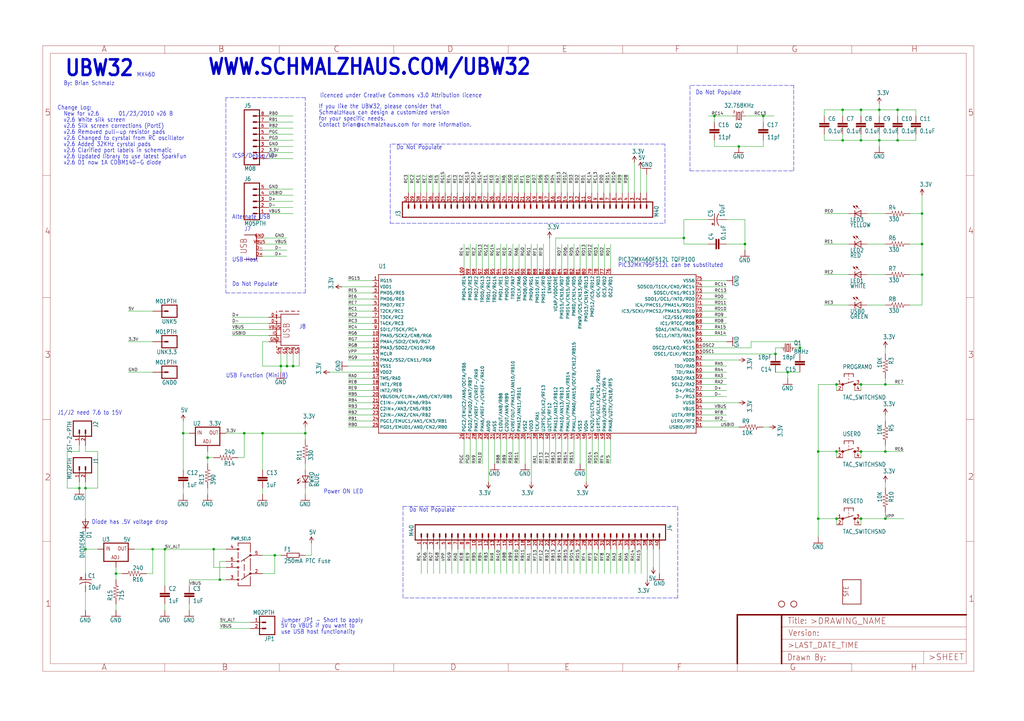
<source format=kicad_sch>
(kicad_sch (version 20211123) (generator eeschema)
  (paper "User" 425.958 300.025)
  (junction (at 373.38 45.72))
  (junction (at 116.84 152.4))
  (junction (at 63.5 228.6))
  (junction (at 368.3 160.02))
  (junction (at 368.3 187.96))
  (junction (at 358.14 215.9))
  (junction (at 35.56 203.2))
  (junction (at 109.22 180.34))
  (junction (at 340.36 187.96))
  (junction (at 358.14 187.96))
  (junction (at 322.58 147.32))
  (junction (at 358.14 160.02))
  (junction (at 284.48 99.06))
  (junction (at 365.76 45.72))
  (junction (at 383.54 114.3))
  (junction (at 358.14 58.42))
  (junction (at 350.52 45.72))
  (junction (at 127 180.34))
  (junction (at 347.98 160.02))
  (junction (at 358.14 45.72))
  (junction (at 347.98 187.96))
  (junction (at 383.54 101.6))
  (junction (at 317.5 48.26))
  (junction (at 88.9 228.6))
  (junction (at 332.74 144.78))
  (junction (at 327.66 154.94))
  (junction (at 33.02 203.2))
  (junction (at 368.3 215.9))
  (junction (at 68.58 228.6))
  (junction (at 76.2 180.34))
  (junction (at 114.3 231.14))
  (junction (at 347.98 215.9))
  (junction (at 383.54 88.9))
  (junction (at 86.36 190.5))
  (junction (at 91.44 241.3))
  (junction (at 35.56 228.6))
  (junction (at 121.92 152.4))
  (junction (at 340.36 215.9))
  (junction (at 365.76 58.42))
  (junction (at 309.88 101.6))
  (junction (at 373.38 58.42))
  (junction (at 48.26 238.76))
  (junction (at 119.38 152.4))
  (junction (at 101.6 180.34))
  (junction (at 307.34 60.96))
  (junction (at 297.18 48.26))
  (junction (at 350.52 58.42))
  (wire (pts (xy 243.84 182.88) (xy 243.84 200.66)))
  (wire (pts (xy 154.94 157.48) (xy 144.78 157.48)))
  (wire (pts (xy 353.06 101.6) (xy 342.9 101.6)))
  (wire (pts (xy 215.9 238.76) (xy 215.9 228.6)))
  (wire (pts (xy 292.1 167.64) (xy 307.34 167.64)))
  (wire (pts (xy 154.94 162.56) (xy 144.78 162.56)))
  (wire (pts (xy 304.8 48.26) (xy 297.18 48.26)))
  (wire (pts (xy 154.94 129.54) (xy 144.78 129.54)))
  (wire (pts (xy 208.28 111.76) (xy 208.28 101.6)))
  (polyline (pts (xy 281.94 248.92) (xy 167.64 248.92)))
  (wire (pts (xy 154.94 134.62) (xy 144.78 134.62)))
  (polyline (pts (xy 93.98 40.64) (xy 93.98 121.92)))
  (wire (pts (xy 350.52 48.26) (xy 350.52 45.72)))
  (wire (pts (xy 33.02 185.42) (xy 33.02 187.96)))
  (wire (pts (xy 93.98 180.34) (xy 101.6 180.34)))
  (wire (pts (xy 373.38 45.72) (xy 365.76 45.72)))
  (wire (pts (xy 271.78 228.6) (xy 271.78 236.22)))
  (wire (pts (xy 365.76 45.72) (xy 358.14 45.72)))
  (wire (pts (xy 121.92 152.4) (xy 124.46 152.4)))
  (wire (pts (xy 268.986 80.264) (xy 268.986 72.644)))
  (wire (pts (xy 340.36 215.9) (xy 340.36 223.52)))
  (wire (pts (xy 220.98 238.76) (xy 220.98 228.6)))
  (wire (pts (xy 368.3 144.78) (xy 368.3 147.32)))
  (wire (pts (xy 154.94 142.24) (xy 144.78 142.24)))
  (wire (pts (xy 91.44 241.3) (xy 93.98 241.3)))
  (wire (pts (xy 193.04 182.88) (xy 193.04 193.04)))
  (wire (pts (xy 230.886 80.264) (xy 230.886 72.644)))
  (wire (pts (xy 292.1 170.18) (xy 302.26 170.18)))
  (wire (pts (xy 116.84 152.4) (xy 116.84 147.32)))
  (polyline (pts (xy 162.306 92.964) (xy 276.606 92.964)))
  (wire (pts (xy 251.46 182.88) (xy 251.46 193.04)))
  (wire (pts (xy 292.1 132.08) (xy 302.26 132.08)))
  (wire (pts (xy 63.5 154.94) (xy 53.34 154.94)))
  (wire (pts (xy 228.6 111.76) (xy 228.6 99.06)))
  (wire (pts (xy 195.58 238.76) (xy 195.58 228.6)))
  (wire (pts (xy 76.2 195.58) (xy 76.2 180.34)))
  (wire (pts (xy 292.1 116.84) (xy 302.26 116.84)))
  (wire (pts (xy 284.48 91.44) (xy 294.64 91.44)))
  (wire (pts (xy 68.58 228.6) (xy 88.9 228.6)))
  (wire (pts (xy 91.44 233.68) (xy 91.44 241.3)))
  (wire (pts (xy 248.666 80.264) (xy 248.666 72.644)))
  (wire (pts (xy 127 193.04) (xy 127 195.58)))
  (wire (pts (xy 266.446 80.264) (xy 266.446 70.104)))
  (wire (pts (xy 284.48 99.06) (xy 231.14 99.06)))
  (wire (pts (xy 218.44 111.76) (xy 218.44 101.6)))
  (wire (pts (xy 292.1 121.92) (xy 302.26 121.92)))
  (wire (pts (xy 383.54 114.3) (xy 378.46 114.3)))
  (wire (pts (xy 190.246 80.264) (xy 190.246 72.644)))
  (wire (pts (xy 368.3 215.9) (xy 358.14 215.9)))
  (wire (pts (xy 193.04 111.76) (xy 193.04 101.6)))
  (wire (pts (xy 381 58.42) (xy 381 55.88)))
  (wire (pts (xy 154.94 127) (xy 144.78 127)))
  (wire (pts (xy 111.76 50.8) (xy 121.92 50.8)))
  (wire (pts (xy 368.3 127) (xy 360.68 127)))
  (wire (pts (xy 358.14 215.9) (xy 358.14 218.44)))
  (wire (pts (xy 127 203.2) (xy 127 205.74)))
  (wire (pts (xy 235.966 80.264) (xy 235.966 72.644)))
  (wire (pts (xy 365.76 58.42) (xy 358.14 58.42)))
  (wire (pts (xy 218.186 80.264) (xy 218.186 72.644)))
  (wire (pts (xy 101.6 190.5) (xy 101.6 180.34)))
  (polyline (pts (xy 127 121.92) (xy 127 40.64)))
  (wire (pts (xy 350.52 58.42) (xy 342.9 58.42)))
  (wire (pts (xy 368.3 203.2) (xy 368.3 200.66)))
  (wire (pts (xy 101.6 180.34) (xy 109.22 180.34)))
  (wire (pts (xy 78.74 241.3) (xy 78.74 243.84)))
  (wire (pts (xy 63.5 228.6) (xy 55.88 228.6)))
  (wire (pts (xy 111.76 48.26) (xy 121.92 48.26)))
  (wire (pts (xy 312.42 142.24) (xy 332.74 142.24)))
  (wire (pts (xy 154.94 137.16) (xy 144.78 137.16)))
  (wire (pts (xy 35.56 185.42) (xy 35.56 187.96)))
  (wire (pts (xy 63.5 129.54) (xy 53.34 129.54)))
  (wire (pts (xy 177.8 238.76) (xy 177.8 228.6)))
  (wire (pts (xy 202.946 80.264) (xy 202.946 72.644)))
  (wire (pts (xy 373.38 58.42) (xy 381 58.42)))
  (wire (pts (xy 88.9 236.22) (xy 88.9 228.6)))
  (wire (pts (xy 154.94 116.84) (xy 144.78 116.84)))
  (wire (pts (xy 292.1 142.24) (xy 302.26 142.24)))
  (wire (pts (xy 187.96 238.76) (xy 187.96 228.6)))
  (wire (pts (xy 246.126 80.264) (xy 246.126 72.644)))
  (wire (pts (xy 292.1 139.7) (xy 302.26 139.7)))
  (wire (pts (xy 238.506 80.264) (xy 238.506 72.644)))
  (wire (pts (xy 215.9 111.76) (xy 215.9 101.6)))
  (wire (pts (xy 114.3 238.76) (xy 109.22 238.76)))
  (wire (pts (xy 383.54 88.9) (xy 383.54 101.6)))
  (wire (pts (xy 243.586 80.264) (xy 243.586 72.644)))
  (wire (pts (xy 375.92 215.9) (xy 368.3 215.9)))
  (wire (pts (xy 383.54 101.6) (xy 383.54 114.3)))
  (wire (pts (xy 368.3 172.72) (xy 368.3 175.26)))
  (wire (pts (xy 358.14 160.02) (xy 368.3 160.02)))
  (wire (pts (xy 111.76 137.16) (xy 96.52 137.16)))
  (wire (pts (xy 76.2 203.2) (xy 76.2 205.74)))
  (wire (pts (xy 210.82 111.76) (xy 210.82 101.6)))
  (wire (pts (xy 86.36 190.5) (xy 86.36 187.96)))
  (wire (pts (xy 251.46 238.76) (xy 251.46 228.6)))
  (wire (pts (xy 256.54 238.76) (xy 256.54 228.6)))
  (wire (pts (xy 208.026 80.264) (xy 208.026 72.644)))
  (wire (pts (xy 111.76 53.34) (xy 121.92 53.34)))
  (wire (pts (xy 353.06 114.3) (xy 342.9 114.3)))
  (wire (pts (xy 154.94 175.26) (xy 144.78 175.26)))
  (wire (pts (xy 27.94 203.2) (xy 33.02 203.2)))
  (wire (pts (xy 192.786 80.264) (xy 192.786 72.644)))
  (wire (pts (xy 116.84 152.4) (xy 116.84 154.94)))
  (wire (pts (xy 251.46 111.76) (xy 251.46 101.6)))
  (polyline (pts (xy 330.2 71.12) (xy 330.2 35.56)))
  (wire (pts (xy 241.3 182.88) (xy 241.3 193.04)))
  (wire (pts (xy 292.1 124.46) (xy 302.26 124.46)))
  (wire (pts (xy 109.22 180.34) (xy 127 180.34)))
  (wire (pts (xy 109.22 152.4) (xy 116.84 152.4)))
  (wire (pts (xy 111.76 60.96) (xy 121.92 60.96)))
  (polyline (pts (xy 276.606 59.944) (xy 162.306 59.944)))
  (wire (pts (xy 332.74 144.78) (xy 330.2 144.78)))
  (wire (pts (xy 264.16 238.76) (xy 264.16 228.6)))
  (wire (pts (xy 368.3 187.96) (xy 368.3 185.42)))
  (wire (pts (xy 111.76 83.82) (xy 121.92 83.82)))
  (wire (pts (xy 175.26 238.76) (xy 175.26 228.6)))
  (wire (pts (xy 154.94 121.92) (xy 144.78 121.92)))
  (wire (pts (xy 292.1 177.8) (xy 307.34 177.8)))
  (wire (pts (xy 213.36 238.76) (xy 213.36 228.6)))
  (wire (pts (xy 261.62 238.76) (xy 261.62 228.6)))
  (wire (pts (xy 317.5 48.26) (xy 322.072 48.26)))
  (wire (pts (xy 309.88 91.44) (xy 309.88 101.6)))
  (wire (pts (xy 63.5 238.76) (xy 63.5 228.6)))
  (wire (pts (xy 226.06 238.76) (xy 226.06 228.6)))
  (wire (pts (xy 383.54 101.6) (xy 378.46 101.6)))
  (wire (pts (xy 360.68 88.9) (xy 368.3 88.9)))
  (wire (pts (xy 220.98 111.76) (xy 220.98 101.6)))
  (wire (pts (xy 236.22 182.88) (xy 236.22 193.04)))
  (wire (pts (xy 365.76 55.88) (xy 365.76 58.42)))
  (wire (pts (xy 220.726 80.264) (xy 220.726 72.644)))
  (wire (pts (xy 50.8 238.76) (xy 48.26 238.76)))
  (wire (pts (xy 127 180.34) (xy 127 182.88)))
  (wire (pts (xy 368.3 160.02) (xy 368.3 157.48)))
  (wire (pts (xy 205.74 182.88) (xy 205.74 193.04)))
  (wire (pts (xy 368.3 160.02) (xy 375.92 160.02)))
  (wire (pts (xy 292.1 119.38) (xy 302.26 119.38)))
  (wire (pts (xy 350.52 58.42) (xy 350.52 55.88)))
  (wire (pts (xy 210.82 182.88) (xy 210.82 193.04)))
  (wire (pts (xy 154.94 124.46) (xy 144.78 124.46)))
  (wire (pts (xy 236.22 111.76) (xy 236.22 101.6)))
  (polyline (pts (xy 127 40.64) (xy 93.98 40.64)))
  (wire (pts (xy 218.44 238.76) (xy 218.44 228.6)))
  (wire (pts (xy 86.36 193.04) (xy 86.36 190.5)))
  (wire (pts (xy 292.1 157.48) (xy 302.26 157.48)))
  (wire (pts (xy 208.28 238.76) (xy 208.28 228.6)))
  (wire (pts (xy 200.66 182.88) (xy 200.66 193.04)))
  (polyline (pts (xy 287.02 35.56) (xy 287.02 71.12)))
  (wire (pts (xy 109.22 104.14) (xy 119.38 104.14)))
  (wire (pts (xy 358.14 58.42) (xy 358.14 55.88)))
  (wire (pts (xy 353.06 127) (xy 342.9 127)))
  (wire (pts (xy 169.926 80.264) (xy 169.926 72.644)))
  (wire (pts (xy 76.2 180.34) (xy 78.74 180.34)))
  (wire (pts (xy 251.206 80.264) (xy 251.206 72.644)))
  (wire (pts (xy 241.3 238.76) (xy 241.3 228.6)))
  (wire (pts (xy 223.266 80.264) (xy 223.266 72.644)))
  (wire (pts (xy 243.84 238.76) (xy 243.84 228.6)))
  (wire (pts (xy 104.14 259.08) (xy 91.44 259.08)))
  (wire (pts (xy 248.92 111.76) (xy 248.92 101.6)))
  (wire (pts (xy 195.58 111.76) (xy 195.58 101.6)))
  (wire (pts (xy 368.3 101.6) (xy 360.68 101.6)))
  (wire (pts (xy 223.52 111.76) (xy 223.52 101.6)))
  (wire (pts (xy 154.94 177.8) (xy 144.78 177.8)))
  (wire (pts (xy 187.706 80.264) (xy 187.706 72.644)))
  (wire (pts (xy 292.1 149.86) (xy 307.34 149.86)))
  (wire (pts (xy 358.14 45.72) (xy 350.52 45.72)))
  (wire (pts (xy 292.1 175.26) (xy 302.26 175.26)))
  (wire (pts (xy 35.56 238.76) (xy 35.56 228.6)))
  (wire (pts (xy 175.006 80.264) (xy 175.006 72.644)))
  (wire (pts (xy 40.64 203.2) (xy 35.56 203.2)))
  (wire (pts (xy 284.48 99.06) (xy 284.48 91.44)))
  (wire (pts (xy 109.22 180.34) (xy 109.22 195.58)))
  (wire (pts (xy 263.906 80.264) (xy 263.906 67.564)))
  (wire (pts (xy 340.36 187.96) (xy 340.36 215.9)))
  (wire (pts (xy 68.58 228.6) (xy 63.5 228.6)))
  (wire (pts (xy 358.14 58.42) (xy 350.52 58.42)))
  (wire (pts (xy 233.68 111.76) (xy 233.68 101.6)))
  (wire (pts (xy 111.76 63.5) (xy 121.92 63.5)))
  (wire (pts (xy 208.28 182.88) (xy 208.28 193.04)))
  (wire (pts (xy 332.74 144.78) (xy 332.74 147.32)))
  (wire (pts (xy 246.38 111.76) (xy 246.38 101.6)))
  (wire (pts (xy 243.84 111.76) (xy 243.84 101.6)))
  (wire (pts (xy 111.76 139.7) (xy 96.52 139.7)))
  (wire (pts (xy 238.76 111.76) (xy 238.76 101.6)))
  (wire (pts (xy 154.94 170.18) (xy 144.78 170.18)))
  (wire (pts (xy 213.106 80.264) (xy 213.106 72.644)))
  (wire (pts (xy 236.22 238.76) (xy 236.22 228.6)))
  (wire (pts (xy 317.5 60.96) (xy 317.5 58.42)))
  (wire (pts (xy 111.76 134.62) (xy 96.52 134.62)))
  (wire (pts (xy 111.76 81.28) (xy 121.92 81.28)))
  (wire (pts (xy 177.546 80.264) (xy 177.546 72.644)))
  (wire (pts (xy 292.1 152.4) (xy 302.26 152.4)))
  (polyline (pts (xy 287.02 71.12) (xy 330.2 71.12)))
  (wire (pts (xy 127 177.8) (xy 127 180.34)))
  (wire (pts (xy 309.88 48.26) (xy 317.5 48.26)))
  (wire (pts (xy 109.22 231.14) (xy 114.3 231.14)))
  (wire (pts (xy 383.54 127) (xy 378.46 127)))
  (wire (pts (xy 294.64 101.6) (xy 284.48 101.6)))
  (wire (pts (xy 154.94 119.38) (xy 142.24 119.38)))
  (wire (pts (xy 383.54 88.9) (xy 383.54 81.28)))
  (wire (pts (xy 86.36 203.2) (xy 86.36 205.74)))
  (wire (pts (xy 35.56 246.38) (xy 35.56 254)))
  (wire (pts (xy 215.9 182.88) (xy 215.9 193.04)))
  (wire (pts (xy 109.22 101.6) (xy 119.38 101.6)))
  (wire (pts (xy 119.38 152.4) (xy 119.38 147.32)))
  (polyline (pts (xy 330.2 35.56) (xy 287.02 35.56)))
  (wire (pts (xy 347.98 190.5) (xy 347.98 187.96)))
  (wire (pts (xy 154.94 152.4) (xy 144.78 152.4)))
  (wire (pts (xy 347.98 187.96) (xy 340.36 187.96)))
  (wire (pts (xy 373.38 45.72) (xy 381 45.72)))
  (wire (pts (xy 35.56 187.96) (xy 40.64 187.96)))
  (wire (pts (xy 365.76 58.42) (xy 365.76 60.96)))
  (wire (pts (xy 205.74 111.76) (xy 205.74 101.6)))
  (wire (pts (xy 190.5 238.76) (xy 190.5 228.6)))
  (wire (pts (xy 223.52 182.88) (xy 223.52 193.04)))
  (wire (pts (xy 185.166 80.264) (xy 185.166 72.644)))
  (wire (pts (xy 127 231.14) (xy 129.54 231.14)))
  (wire (pts (xy 322.58 144.78) (xy 322.58 147.32)))
  (wire (pts (xy 358.14 190.5) (xy 358.14 187.96)))
  (wire (pts (xy 292.1 144.78) (xy 312.42 144.78)))
  (wire (pts (xy 154.94 139.7) (xy 144.78 139.7)))
  (wire (pts (xy 231.14 182.88) (xy 231.14 193.04)))
  (wire (pts (xy 302.26 91.44) (xy 309.88 91.44)))
  (wire (pts (xy 33.02 187.96) (xy 27.94 187.96)))
  (wire (pts (xy 99.06 190.5) (xy 101.6 190.5)))
  (wire (pts (xy 111.76 58.42) (xy 121.92 58.42)))
  (wire (pts (xy 200.406 80.264) (xy 200.406 72.644)))
  (wire (pts (xy 292.1 137.16) (xy 302.26 137.16)))
  (wire (pts (xy 40.64 187.96) (xy 40.64 203.2)))
  (wire (pts (xy 353.06 88.9) (xy 342.9 88.9)))
  (wire (pts (xy 111.76 55.88) (xy 121.92 55.88)))
  (wire (pts (xy 68.58 251.46) (xy 68.58 254)))
  (wire (pts (xy 111.76 88.9) (xy 121.92 88.9)))
  (wire (pts (xy 124.46 152.4) (xy 124.46 147.32)))
  (wire (pts (xy 154.94 132.08) (xy 144.78 132.08)))
  (wire (pts (xy 253.746 80.264) (xy 253.746 72.644)))
  (wire (pts (xy 327.66 154.94) (xy 327.66 157.48)))
  (wire (pts (xy 193.04 238.76) (xy 193.04 228.6)))
  (wire (pts (xy 292.1 127) (xy 302.26 127)))
  (wire (pts (xy 215.646 80.264) (xy 215.646 72.644)))
  (wire (pts (xy 381 45.72) (xy 381 48.26)))
  (wire (pts (xy 210.82 238.76) (xy 210.82 228.6)))
  (wire (pts (xy 297.18 60.96) (xy 307.34 60.96)))
  (wire (pts (xy 325.12 144.78) (xy 322.58 144.78)))
  (wire (pts (xy 104.14 261.62) (xy 91.44 261.62)))
  (wire (pts (xy 347.98 215.9) (xy 340.36 215.9)))
  (wire (pts (xy 154.94 165.1) (xy 144.78 165.1)))
  (wire (pts (xy 292.1 154.94) (xy 302.26 154.94)))
  (wire (pts (xy 340.36 160.02) (xy 340.36 187.96)))
  (wire (pts (xy 254 238.76) (xy 254 228.6)))
  (wire (pts (xy 205.486 80.264) (xy 205.486 72.644)))
  (wire (pts (xy 48.26 238.76) (xy 48.26 236.22)))
  (wire (pts (xy 284.48 101.6) (xy 284.48 99.06)))
  (wire (pts (xy 203.2 238.76) (xy 203.2 228.6)))
  (wire (pts (xy 220.98 182.88) (xy 220.98 200.66)))
  (wire (pts (xy 238.76 182.88) (xy 238.76 193.04)))
  (wire (pts (xy 233.68 238.76) (xy 233.68 228.6)))
  (polyline (pts (xy 93.98 121.92) (xy 127 121.92)))
  (wire (pts (xy 233.68 182.88) (xy 233.68 193.04)))
  (wire (pts (xy 35.56 228.6) (xy 40.64 228.6)))
  (wire (pts (xy 35.56 203.2) (xy 35.56 215.9)))
  (wire (pts (xy 292.1 160.02) (xy 302.26 160.02)))
  (wire (pts (xy 292.1 172.72) (xy 302.26 172.72)))
  (wire (pts (xy 68.58 228.6) (xy 68.58 243.84)))
  (wire (pts (xy 35.56 220.98) (xy 35.56 228.6)))
  (wire (pts (xy 180.086 80.264) (xy 180.086 72.644)))
  (wire (pts (xy 297.18 48.26) (xy 294.64 48.26)))
  (wire (pts (xy 180.34 238.76) (xy 180.34 228.6)))
  (wire (pts (xy 261.366 80.264) (xy 261.366 72.644)))
  (wire (pts (xy 121.92 152.4) (xy 121.92 147.32)))
  (wire (pts (xy 78.74 251.46) (xy 78.74 254)))
  (wire (pts (xy 317.5 177.8) (xy 320.04 177.8)))
  (wire (pts (xy 109.22 106.68) (xy 119.38 106.68)))
  (wire (pts (xy 76.2 180.34) (xy 76.2 175.26)))
  (wire (pts (xy 111.76 132.08) (xy 96.52 132.08)))
  (wire (pts (xy 198.12 111.76) (xy 198.12 101.6)))
  (wire (pts (xy 259.08 238.76) (xy 259.08 228.6)))
  (wire (pts (xy 365.76 58.42) (xy 373.38 58.42)))
  (wire (pts (xy 48.26 251.46) (xy 48.26 254)))
  (wire (pts (xy 200.66 238.76) (xy 200.66 228.6)))
  (wire (pts (xy 154.94 167.64) (xy 144.78 167.64)))
  (wire (pts (xy 88.9 228.6) (xy 93.98 228.6)))
  (wire (pts (xy 154.94 144.78) (xy 144.78 144.78)))
  (wire (pts (xy 383.54 88.9) (xy 378.46 88.9)))
  (wire (pts (xy 358.14 162.56) (xy 358.14 160.02)))
  (wire (pts (xy 342.9 58.42) (xy 342.9 55.88)))
  (wire (pts (xy 195.58 182.88) (xy 195.58 193.04)))
  (polyline (pts (xy 167.64 210.82) (xy 281.94 210.82)))
  (wire (pts (xy 114.3 231.14) (xy 116.84 231.14)))
  (wire (pts (xy 274.32 228.6) (xy 274.32 238.76)))
  (wire (pts (xy 109.22 203.2) (xy 109.22 205.74)))
  (wire (pts (xy 182.626 80.264) (xy 182.626 72.644)))
  (wire (pts (xy 195.326 80.264) (xy 195.326 72.644)))
  (wire (pts (xy 254 111.76) (xy 254 101.6)))
  (wire (pts (xy 154.94 147.32) (xy 144.78 147.32)))
  (wire (pts (xy 292.1 162.56) (xy 302.26 162.56)))
  (wire (pts (xy 350.52 45.72) (xy 342.9 45.72)))
  (wire (pts (xy 185.42 238.76) (xy 185.42 228.6)))
  (wire (pts (xy 205.74 238.76) (xy 205.74 228.6)))
  (wire (pts (xy 365.76 43.18) (xy 365.76 45.72)))
  (wire (pts (xy 368.3 215.9) (xy 368.3 213.36)))
  (wire (pts (xy 228.6 238.76) (xy 228.6 228.6)))
  (wire (pts (xy 154.94 154.94) (xy 137.16 154.94)))
  (wire (pts (xy 63.5 142.24) (xy 53.34 142.24)))
  (wire (pts (xy 210.566 80.264) (xy 210.566 72.644)))
  (wire (pts (xy 365.76 48.26) (xy 365.76 45.72)))
  (wire (pts (xy 332.74 142.24) (xy 332.74 144.78)))
  (wire (pts (xy 93.98 236.22) (xy 88.9 236.22)))
  (wire (pts (xy 88.9 190.5) (xy 86.36 190.5)))
  (wire (pts (xy 241.046 80.264) (xy 241.046 72.644)))
  (wire (pts (xy 246.38 238.76) (xy 246.38 228.6)))
  (wire (pts (xy 78.74 241.3) (xy 91.44 241.3)))
  (wire (pts (xy 373.38 58.42) (xy 373.38 55.88)))
  (wire (pts (xy 33.02 200.66) (xy 33.02 203.2)))
  (wire (pts (xy 114.3 231.14) (xy 114.3 238.76)))
  (wire (pts (xy 358.14 187.96) (xy 368.3 187.96)))
  (wire (pts (xy 292.1 165.1) (xy 302.26 165.1)))
  (wire (pts (xy 373.38 48.26) (xy 373.38 45.72)))
  (wire (pts (xy 368.3 187.96) (xy 375.92 187.96)))
  (wire (pts (xy 109.22 142.24) (xy 111.76 142.24)))
  (wire (pts (xy 231.14 238.76) (xy 231.14 228.6)))
  (polyline (pts (xy 162.306 59.944) (xy 162.306 92.964)))
  (wire (pts (xy 93.98 233.68) (xy 91.44 233.68)))
  (wire (pts (xy 225.806 80.264) (xy 225.806 72.644)))
  (wire (pts (xy 129.54 231.14) (xy 129.54 226.06)))
  (wire (pts (xy 48.26 241.3) (xy 48.26 238.76)))
  (wire (pts (xy 203.2 200.66) (xy 203.2 182.88)))
  (wire (pts (xy 223.52 238.76) (xy 223.52 228.6)))
  (wire (pts (xy 197.866 80.264) (xy 197.866 72.644)))
  (wire (pts (xy 269.24 228.6) (xy 269.24 241.3)))
  (wire (pts (xy 258.826 80.264) (xy 258.826 72.644)))
  (wire (pts (xy 27.94 187.96) (xy 27.94 203.2)))
  (wire (pts (xy 203.2 111.76) (xy 203.2 101.6)))
  (wire (pts (xy 111.76 86.36) (xy 121.92 86.36)))
  (wire (pts (xy 119.38 152.4) (xy 121.92 152.4)))
  (polyline (pts (xy 167.64 248.92) (xy 167.64 210.82)))
  (wire (pts (xy 266.7 238.76) (xy 266.7 228.6)))
  (wire (pts (xy 347.98 162.56) (xy 347.98 160.02)))
  (wire (pts (xy 383.54 114.3) (xy 383.54 127)))
  (polyline (pts (xy 281.94 210.82) (xy 281.94 248.92)))
  (wire (pts (xy 248.92 238.76) (xy 248.92 228.6)))
  (wire (pts (xy 200.66 111.76) (xy 200.66 101.6)))
  (wire (pts (xy 226.06 111.76) (xy 226.06 101.6)))
  (wire (pts (xy 317.5 50.8) (xy 317.5 48.26)))
  (wire (pts (xy 312.42 144.78) (xy 312.42 142.24)))
  (wire (pts (xy 109.22 142.24) (xy 109.22 152.4)))
  (wire (pts (xy 233.426 80.264) (xy 233.426 72.644)))
  (wire (pts (xy 292.1 134.62) (xy 302.26 134.62)))
  (wire (pts (xy 327.66 154.94) (xy 332.74 154.94)))
  (wire (pts (xy 154.94 149.86) (xy 144.78 149.86)))
  (wire (pts (xy 246.38 182.88) (xy 246.38 193.04)))
  (wire (pts (xy 347.98 215.9) (xy 347.98 218.44)))
  (wire (pts (xy 231.14 111.76) (xy 231.14 99.06)))
  (wire (pts (xy 213.36 182.88) (xy 213.36 193.04)))
  (wire (pts (xy 226.06 182.88) (xy 226.06 193.04)))
  (wire (pts (xy 307.34 60.96) (xy 317.5 60.96)))
  (wire (pts (xy 241.3 111.76) (xy 241.3 101.6)))
  (wire (pts (xy 228.346 80.264) (xy 228.346 72.644)))
  (wire (pts (xy 198.12 238.76) (xy 198.12 228.6)))
  (wire (pts (xy 35.56 200.66) (xy 35.56 203.2)))
  (wire (pts (xy 154.94 172.72) (xy 144.78 172.72)))
  (wire (pts (xy 256.286 80.264) (xy 256.286 72.644)))
  (wire (pts (xy 228.6 182.88) (xy 228.6 193.04)))
  (wire (pts (xy 358.14 48.26) (xy 358.14 45.72)))
  (wire (pts (xy 213.36 111.76) (xy 213.36 101.6)))
  (wire (pts (xy 297.18 48.26) (xy 297.18 50.8)))
  (wire (pts (xy 218.44 182.88) (xy 218.44 193.04)))
  (wire (pts (xy 60.96 238.76) (xy 63.5 238.76)))
  (wire (pts (xy 302.26 101.6) (xy 309.88 101.6)))
  (wire (pts (xy 360.68 114.3) (xy 368.3 114.3)))
  (wire (pts (xy 198.12 182.88) (xy 198.12 193.04)))
  (wire (pts (xy 322.58 154.94) (xy 327.66 154.94)))
  (wire (pts (xy 342.9 45.72) (xy 342.9 48.26)))
  (wire (pts (xy 172.466 80.264) (xy 172.466 72.644)))
  (wire (pts (xy 111.76 66.04) (xy 121.92 66.04)))
  (wire (pts (xy 116.84 152.4) (xy 119.38 152.4)))
  (wire (pts (xy 254 182.88) (xy 254 193.04)))
  (wire (pts (xy 309.88 104.14) (xy 309.88 101.6)))
  (wire (pts (xy 292.1 129.54) (xy 302.26 129.54)))
  (wire (pts (xy 292.1 147.32) (xy 322.58 147.32)))
  (wire (pts (xy 154.94 160.02) (xy 144.78 160.02)))
  (wire (pts (xy 109.22 99.06) (xy 119.38 99.06)))
  (wire (pts (xy 111.76 78.74) (xy 121.92 78.74)))
  (wire (pts (xy 248.92 182.88) (xy 248.92 193.04)))
  (wire (pts (xy 182.88 238.76) (xy 182.88 228.6)))
  (wire (pts (xy 238.76 238.76) (xy 238.76 228.6)))
  (polyline (pts (xy 276.606 92.964) (xy 276.606 59.944)))
  (wire (pts (xy 347.98 160.02) (xy 340.36 160.02)))
  (wire (pts (xy 297.18 58.42) (xy 297.18 60.96)))
  (text "New for v2.6" (at 26.416 48.514 180) (effects (font (size 1.778 1.5113)) (justify left bottom)))
  (text "5V to VBUS if you want to" (at 116.84 261.62 180) (effects (font (size 1.778 1.5113)) (justify left bottom)))
  (text "By: Brian Schmalz" (at 26.416 35.814 180) (effects (font (size 1.778 1.5113)) (justify left bottom)))
  (text "Do Not Populate" (at 289.306 39.624 180) (effects (font (size 1.778 1.5113)) (justify left bottom)))
  (text "licenced under Creative Commons v3.0 Attribution licence" (at 133.096 40.894 0) (effects (font (size 1.778 1.5113)) (justify left bottom)))
  (text "Do Not Populate" (at 170.18 213.36 180) (effects (font (size 1.778 1.5113)) (justify left bottom)))
  (text "v2.6 Changed to cyrstal from RC oscillator" (at 26.416 58.674 180) (effects (font (size 1.778 1.5113)) (justify left bottom)))
  (text "USB Host" (at 96.52 109.22 180) (effects (font (size 1.778 1.5113)) (justify left bottom)))
  (text "WWW.SCHMALZHAUS.COM/UBW32" (at 86.106 31.75 180) (effects (font (size 6.4516 5.4838) (thickness 1.0968) bold) (justify left bottom)))
  (text "If you like the UBW32, please consider that" (at 132.588 45.466 180) (effects (font (size 1.778 1.5113)) (justify left bottom)))
  (text "v2.6 Added 32KHz cyrstal pads" (at 26.416 61.214 180) (effects (font (size 1.778 1.5113)) (justify left bottom)))
  (text "Power ON LED" (at 134.62 205.74 180) (effects (font (size 1.778 1.5113)) (justify left bottom)))
  (text "v2.6 D1 now 1A CDBM140-G diode" (at 26.416 68.834 180) (effects (font (size 1.778 1.5113)) (justify left bottom)))
  (text "USB Function (Mini B)" (at 93.98 157.48 180) (effects (font (size 1.778 1.5113)) (justify left bottom)))
  (text "MX460" (at 56.896 32.258 180) (effects (font (size 1.778 1.5113)) (justify left bottom)))
  (text "J1/J2 need 7.6 to 15V" (at 23.876 172.974 180) (effects (font (size 1.778 1.5113)) (justify left bottom)))
  (text "v2.6 Updated library to use latest SparkFun" (at 26.416 66.294 180) (effects (font (size 1.778 1.5113)) (justify left bottom)))
  (text "Do Not Populate" (at 164.846 62.484 180) (effects (font (size 1.778 1.5113)) (justify left bottom)))
  (text "Contact brian@schmalzhaus.com for more information." (at 132.588 53.086 0) (effects (font (size 1.778 1.5113)) (justify left bottom)))
  (text "Alternate USB" (at 96.52 91.44 180) (effects (font (size 1.778 1.5113)) (justify left bottom)))
  (text "v2.6 Removed pull-up resistor pads" (at 26.416 56.134 180) (effects (font (size 1.778 1.5113)) (justify left bottom)))
  (text "PIC32MX795F512L can be substituted" (at 257.048 111.506 180) (effects (font (size 1.778 1.5113)) (justify left bottom)))
  (text "J7" (at 101.6 96.52 180) (effects (font (size 1.778 1.5113)) (justify left bottom)))
  (text "Change Log:" (at 23.876 45.974 180) (effects (font (size 1.778 1.5113)) (justify left bottom)))
  (text "SchmalzHaus can design a customized version" (at 132.588 48.006 180) (effects (font (size 1.778 1.5113)) (justify left bottom)))
  (text "ICSP/Debug/IO" (at 96.52 66.04 180) (effects (font (size 1.778 1.5113)) (justify left bottom)))
  (text "v2.6 Silk screen corrections (PortE)" (at 26.416 53.594 180) (effects (font (size 1.778 1.5113)) (justify left bottom)))
  (text "Do Not Populate" (at 96.52 119.38 180) (effects (font (size 1.778 1.5113)) (justify left bottom)))
  (text "Jumper JP1 - Short to apply" (at 116.84 259.334 180) (effects (font (size 1.778 1.5113)) (justify left bottom)))
  (text "use USB host functionality" (at 116.84 264.16 180) (effects (font (size 1.778 1.5113)) (justify left bottom)))
  (text "01/23/2010 v26 B" (at 49.276 48.514 180) (effects (font (size 1.778 1.5113)) (justify left bottom)))
  (text "for your specific needs." (at 132.588 50.546 180) (effects (font (size 1.778 1.5113)) (justify left bottom)))
  (text "v2.6 White silk screen" (at 26.416 51.054 180) (effects (font (size 1.778 1.5113)) (justify left bottom)))
  (text "UBW32" (at 26.67 32.258 180) (effects (font (size 6.4516 5.4838) (thickness 1.0968) bold) (justify left bottom)))
  (text "J8" (at 124.46 137.16 180) (effects (font (size 1.778 1.5113)) (justify left bottom)))
  (text "Diode has .5V voltage drop" (at 38.1 218.44 180) (effects (font (size 1.778 1.5113)) (justify left bottom)))
  (text "v2.6 Clarified port labels in schematic" (at 26.416 63.754 180) (effects (font (size 1.778 1.5113)) (justify left bottom)))
  (label "RD7" (at 233.68 106.68 90) (effects (font (size 1.2446 1.2446))))
  (label "D+" (at 114.3 106.68 0) (effects (font (size 1.2446 1.2446))))
  (label "RG9" (at 144.78 149.86 0) (effects (font (size 1.2446 1.2446))))
  (label "RG15" (at 144.78 116.84 0) (effects (font (size 1.2446 1.2446))))
  (label "3.3V" (at 53.34 142.24 0) (effects (font (size 1.2446 1.2446))))
  (label "RE5" (at 144.78 121.92 0) (effects (font (size 1.2446 1.2446))))
  (label "RA10" (at 208.28 233.68 90) (effects (font (size 1.2446 1.2446))))
  (label "RA4" (at 259.08 233.68 90) (effects (font (size 1.2446 1.2446))))
  (label "RD11" (at 297.18 127 0) (effects (font (size 1.2446 1.2446))))
  (label "RE6" (at 144.78 124.46 0) (effects (font (size 1.2446 1.2446))))
  (label "RB11" (at 215.9 193.04 90) (effects (font (size 1.2446 1.2446))))
  (label "RA1" (at 223.52 193.04 90) (effects (font (size 1.2446 1.2446))))
  (label "RA1" (at 220.98 233.68 90) (effects (font (size 1.2446 1.2446))))
  (label "RB2" (at 144.78 172.72 0) (effects (font (size 1.2446 1.2446))))
  (label "RA9" (at 205.74 233.68 90) (effects (font (size 1.2446 1.2446))))
  (label "RA2" (at 254 233.68 90) (effects (font (size 1.2446 1.2446))))
  (label "D-" (at 297.18 165.1 0) (effects (font (size 1.2446 1.2446))))
  (label "RD4" (at 230.886 76.454 90) (effects (font (size 1.2446 1.2446))))
  (label "RG8" (at 182.88 233.68 90) (effects (font (size 1.2446 1.2446))))
  (label "VPP" (at 368.3 215.9 0) (effects (font (size 1.2446 1.2446))))
  (label "RA5" (at 297.18 152.4 0) (effects (font (size 1.2446 1.2446))))
  (label "RD2" (at 241.046 76.454 90) (effects (font (size 1.2446 1.2446))))
  (label "RE4" (at 193.04 106.68 90) (effects (font (size 1.2446 1.2446))))
  (label "VPP" (at 111.76 66.04 0) (effects (font (size 1.2446 1.2446))))
  (label "RD0" (at 251.206 76.454 90) (effects (font (size 1.2446 1.2446))))
  (label "VBUS" (at 78.74 243.84 0) (effects (font (size 1.2446 1.2446))))
  (label "RA14" (at 264.16 233.68 90) (effects (font (size 1.2446 1.2446))))
  (label "RG12" (at 197.866 76.454 90) (effects (font (size 1.2446 1.2446))))
  (label "GND" (at 111.76 78.74 0) (effects (font (size 1.2446 1.2446))))
  (label "RD13" (at 243.84 106.68 90) (effects (font (size 1.2446 1.2446))))
  (label "RD3" (at 238.506 76.454 90) (effects (font (size 1.2446 1.2446))))
  (label "D+" (at 111.76 83.82 0) (effects (font (size 1.2446 1.2446))))
  (label "RB2" (at 111.76 53.34 0) (effects (font (size 1.2446 1.2446))))
  (label "RC13" (at 313.69 48.26 0) (effects (font (size 1.2446 1.2446))))
  (label "RD4" (at 241.3 106.68 90) (effects (font (size 1.2446 1.2446))))
  (label "RE8" (at 193.04 233.68 90) (effects (font (size 1.2446 1.2446))))
  (label "RE3" (at 190.246 76.454 90) (effects (font (size 1.2446 1.2446))))
  (label "RD6" (at 225.806 76.454 90) (effects (font (size 1.2446 1.2446))))
  (label "RB9" (at 210.82 193.04 90) (effects (font (size 1.2446 1.2446))))
  (label "RF4" (at 251.46 193.04 90) (effects (font (size 1.2446 1.2446))))
  (label "RE3" (at 342.9 127 0) (effects (font (size 1.2446 1.2446))))
  (label "RB9" (at 213.36 233.68 90) (effects (font (size 1.2446 1.2446))))
  (label "RB0" (at 144.78 177.8 0) (effects (font (size 1.2446 1.2446))))
  (label "RG13" (at 195.326 76.454 90) (effects (font (size 1.2446 1.2446))))
  (label "VPP" (at 144.78 147.32 0) (effects (font (size 1.2446 1.2446))))
  (label "RB11" (at 218.44 233.68 90) (effects (font (size 1.2446 1.2446))))
  (label "RE8" (at 144.78 160.02 0) (effects (font (size 1.2446 1.2446))))
  (label "RC4" (at 144.78 137.16 0) (effects (font (size 1.2446 1.2446))))
  (label "RE0" (at 205.486 76.454 90) (effects (font (size 1.2446 1.2446))))
  (label "RD3" (at 248.92 106.68 90) (effects (font (size 1.2446 1.2446))))
  (label "D-" (at 111.76 86.36 0) (effects (font (size 1.2446 1.2446))))
  (label "RE9" (at 144.78 162.56 0) (effects (font (size 1.2446 1.2446))))
  (label "RG8" (at 144.78 144.78 0) (effects (font (size 1.2446 1.2446))))
  (label "RB5" (at 198.12 233.68 90) (effects (font (size 1.2446 1.2446))))
  (label "RE0" (at 342.9 88.9 0) (effects (font (size 1.2446 1.2446))))
  (label "RF1" (at 218.186 76.454 90) (effects (font (size 1.2446 1.2446))))
  (label "RA9" (at 198.12 193.04 90) (effects (font (size 1.2446 1.2446))))
  (label "RB4" (at 144.78 167.64 0) (effects (font (size 1.2446 1.2446))))
  (label "RC13" (at 297.18 121.92 0) (effects (font (size 1.2446 1.2446))))
  (label "RB1" (at 144.78 175.26 0) (effects (font (size 1.2446 1.2446))))
  (label "RG12" (at 203.2 106.68 90) (effects (font (size 1.2446 1.2446))))
  (label "RA7" (at 213.36 106.68 90) (effects (font (size 1.2446 1.2446))))
  (label "RE2" (at 342.9 114.3 0) (effects (font (size 1.2446 1.2446))))
  (label "RC3" (at 144.78 134.62 0) (effects (font (size 1.2446 1.2446))))
  (label "RC1" (at 144.78 129.54 0) (effects (font (size 1.2446 1.2446))))
  (label "RA7" (at 208.026 76.454 90) (effects (font (size 1.2446 1.2446))))
  (label "RG14" (at 205.74 106.68 90) (effects (font (size 1.2446 1.2446))))
  (label "RD8" (at 297.18 134.62 0) (effects (font (size 1.2446 1.2446))))
  (label "RG9" (at 187.96 233.68 90) (effects (font (size 1.2446 1.2446))))
  (label "RE7" (at 372.11 160.02 0) (effects (font (size 1.2446 1.2446))))
  (label "PGD" (at 111.76 58.42 0) (effects (font (size 1.2446 1.2446))))
  (label "RD10" (at 256.286 76.454 90) (effects (font (size 1.2446 1.2446))))
  (label "RE1" (at 202.946 76.454 90) (effects (font (size 1.2446 1.2446))))
  (label "RB13" (at 233.68 193.04 90) (effects (font (size 1.2446 1.2446))))
  (label "RF13" (at 223.52 233.68 90) (effects (font (size 1.2446 1.2446))))
  (label "RE7" (at 177.546 76.454 90) (effects (font (size 1.2446 1.2446))))
  (label "RE2" (at 198.12 106.68 90) (effects (font (size 1.2446 1.2446))))
  (label "USBID" (at 111.76 81.28 0) (effects (font (size 1.2446 1.2446))))
  (label "VBUS" (at 91.44 261.62 0) (effects (font (size 1.2446 1.2446))))
  (label "5V_ALT" (at 68.58 228.6 0) (effects (font (size 1.2446 1.2446))))
  (label "RE3" (at 195.58 106.68 90) (effects (font (size 1.2446 1.2446))))
  (label "RE9" (at 195.58 233.68 90) (effects (font (size 1.2446 1.2446))))
  (label "5V" (at 53.34 129.54 0) (effects (font (size 1.2446 1.2446))))
  (label "RC3" (at 169.926 76.454 90) (effects (font (size 1.2446 1.2446))))
  (label "RF1" (at 223.52 106.68 90) (effects (font (size 1.2446 1.2446))))
  (label "PGC" (at 193.04 193.04 90) (effects (font (size 1.2446 1.2446))))
  (label "RB10" (at 215.9 233.68 90) (effects (font (size 1.2446 1.2446))))
  (label "RE5" (at 182.626 76.454 90) (effects (font (size 1.2446 1.2446))))
  (label "VBUS" (at 114.3 101.6 0) (effects (font (size 1.2446 1.2446))))
  (label "D+" (at 96.52 132.08 0) (effects (font (size 1.2446 1.2446))))
  (label "RG7" (at 144.78 142.24 0) (effects (font (size 1.2446 1.2446))))
  (label "RB15" (at 238.76 193.04 90) (effects (font (size 1.2446 1.2446))))
  (label "RA3" (at 256.54 233.68 90) (effects (font (size 1.2446 1.2446))))
  (label "RF0" (at 220.726 76.454 90) (effects (font (size 1.2446 1.2446))))
  (label "RF0" (at 226.06 106.68 90) (effects (font (size 1.2446 1.2446))))
  (label "RB8" (at 208.28 193.04 90) (effects (font (size 1.2446 1.2446))))
  (label "RE4" (at 187.706 76.454 90) (effects (font (size 1.2446 1.2446))))
  (label "RC14" (at 295.91 48.26 0) (effects (font (size 1.2446 1.2446))))
  (label "RC2" (at 144.78 132.08 0) (effects (font (size 1.2446 1.2446))))
  (label "RD7" (at 223.266 76.454 90) (effects (font (size 1.2446 1.2446))))
  (label "RD8" (at 261.366 76.454 90) (effects (font (size 1.2446 1.2446))))
  (label "RF2" (at 248.92 233.68 90) (effects (font (size 1.2446 1.2446))))
  (label "RD12" (at 246.38 106.68 90) (effects (font (size 1.2446 1.2446))))
  (label "RG1" (at 215.646 76.454 90) (effects (font (size 1.2446 1.2446))))
  (label "RA10" (at 200.66 193.04 90) (effects (font (size 1.2446 1.2446))))
  (label "VBUS" (at 297.18 170.18 0) (effects (font (size 1.2446 1.2446))))
  (label "RC1" (at 175.006 76.454 90) (effects (font (size 1.2446 1.2446))))
  (label "RA0" (at 144.78 157.48 0) (effects (font (size 1.2446 1.2446))))
  (label "RA6" (at 210.566 76.454 90) (effects (font (size 1.2446 1.2446))))
  (label "D-" (at 96.52 134.62 0) (effects (font (size 1.2446 1.2446))))
  (label "VBUS" (at 111.76 88.9 0) (effects (font (size 1.2446 1.2446))))
  (label "RF12" (at 228.6 193.04 90) (effects (font (size 1.2446 1.2446))))
  (label "RD14" (at 246.38 193.04 90) (effects (font (size 1.2446 1.2446))))
  (label "RG0" (at 213.106 76.454 90) (effects (font (size 1.2446 1.2446))))
  (label "RF5" (at 246.38 233.68 90) (effects (font (size 1.2446 1.2446))))
  (label "RG1" (at 220.98 106.68 90) (effects (font (size 1.2446 1.2446))))
  (label "VPP" (at 185.42 233.68 90) (effects (font (size 1.2446 1.2446))))
  (label "RB14" (at 236.22 193.04 90) (effects (font (size 1.2446 1.2446))))
  (label "RD1" (at 243.586 76.454 90) (effects (font (size 1.2446 1.2446))))
  (label "RD6" (at 236.22 106.68 90) (effects (font (size 1.2446 1.2446))))
  (label "RB8" (at 210.82 233.68 90) (effects (font (size 1.2446 1.2446))))
  (label "RD13" (at 233.426 76.454 90) (effects (font (size 1.2446 1.2446))))
  (label "RD9" (at 297.18 132.08 0) (effects (font (size 1.2446 1.2446))))
  (label "RB0" (at 111.76 48.26 0) (effects (font (size 1.2446 1.2446))))
  (label "RC13" (at 248.666 76.454 90) (effects (font (size 1.2446 1.2446))))
  (label "RF2" (at 297.18 175.26 0) (effects (font (size 1.2446 1.2446))))
  (label "RD5" (at 228.346 76.454 90) (effects (font (size 1.2446 1.2446))))
  (label "RB13" (at 231.14 233.68 90) (effects (font (size 1.2446 1.2446))))
  (label "RC14" (at 297.18 119.38 0) (effects (font (size 1.2446 1.2446))))
  (label "3.3V" (at 111.76 63.5 0) (effects (font (size 1.2446 1.2446))))
  (label "RC2" (at 172.466 76.454 90) (effects (font (size 1.2446 1.2446))))
  (label "RG14" (at 200.406 76.454 90) (effects (font (size 1.2446 1.2446))))
  (label "RD12" (at 235.966 76.454 90) (effects (font (size 1.2446 1.2446))))
  (label "RF13" (at 226.06 193.04 90) (effects (font (size 1.2446 1.2446))))
  (label "RG6" (at 144.78 139.7 0) (effects (font (size 1.2446 1.2446))))
  (label "RA6" (at 215.9 106.68 90) (effects (font (size 1.2446 1.2446))))
  (label "RE7" (at 144.78 127 0) (effects (font (size 1.2446 1.2446))))
  (label "RF8" (at 297.18 172.72 0) (effects (font (size 1.2446 1.2446))))
  (label "VBUS" (at 96.52 137.16 0) (effects (font (size 1.2446 1.2446))))
  (label "RD1" (at 254 106.68 90) (effects (font (size 1.2446 1.2446))))
  (label "RB12" (at 231.14 193.04 90) (effects (font (size 1.2446 1.2446))))
  (label "RF4" (at 243.84 233.68 90) (effects (font (size 1.2446 1.2446))))
  (label "RB5" (at 144.78 165.1 0) (effects (font (size 1.2446 1.2446))))
  (label "RG6" (at 177.8 233.68 90) (effects (font (size 1.2446 1.2446))))
  (label "RG0" (at 218.44 106.68 90) (effects (font (size 1.2446 1.2446))))
  (label "RB4" (at 200.66 233.68 90) (effects (font (size 1.2446 1.2446))))
  (label "RF12" (at 226.06 233.68 90) (effects (font (size 1.2446 1.2446))))
  (label "RA5" (at 261.62 233.68 90) (effects (font (size 1.2446 1.2446))))
  (label "RE6" (at 180.086 76.454 90) (effects (font (size 1.2446 1.2446))))
  (label "RD10" (at 297.18 129.54 0) (effects (font (size 1.2446 1.2446))))
  (label "RE0" (at 210.82 106.68 90) (effects (font (size 1.2446 1.2446))))
  (label "USBID" (at 299.72 177.8 0) (effects (font (size 1.2446 1.2446))))
  (label "PGD" (at 195.58 193.04 90) (effects (font (size 1.2446 1.2446))))
  (label "RG15" (at 185.166 76.454 90) (effects (font (size 1.2446 1.2446))))
  (label "RE1" (at 208.28 106.68 90) (effects (font (size 1.2446 1.2446))))
  (label "RB1" (at 111.76 50.8 0) (effects (font (size 1.2446 1.2446))))
  (label "GND" (at 111.76 60.96 0) (effects (font (size 1.2446 1.2446))))
  (label "USBID" (at 96.52 139.7 0) (effects (font (size 1.2446 1.2446))))
  (label "RA2" (at 297.18 160.02 0) (effects (font (size 1.2446 1.2446))))
  (label "RB3" (at 203.2 233.68 90) (effects (font (size 1.2446 1.2446))))
  (label "RD9" (at 258.826 76.454 90) (effects (font (size 1.2446 1.2446))))
  (label "RB14" (at 233.68 233.68 90) (effects (font (size 1.2446 1.2446))))
  (label "RD5" (at 238.76 106.68 90) (effects (font (size 1.2446 1.2446))))
  (label "RG13" (at 200.66 106.68 90) (effects (font (size 1.2446 1.2446))))
  (label "RG7" (at 180.34 233.68 90) (effects (font (size 1.2446 1.2446))))
  (label "RA14" (at 297.18 139.7 0) (effects (font (size 1.2446 1.2446))))
  (label "RD0" (at 297.18 124.46 0) (effects (font (size 1.2446 1.2446))))
  (label "RF5" (at 254 193.04 90) (effects (font (size 1.2446 1.2446))))
  (label "RA3" (at 297.18 157.48 0) (effects (font (size 1.2446 1.2446))))
  (label "GND" (at 114.3 99.06 0) (effects (font (size 1.2446 1.2446))))
  (label "RD11" (at 253.746 76.454 90) (effects (font (size 1.2446 1.2446))))
  (label "OSC1" (at 292.1 147.32 0) (effects (font (size 1.2446 1.2446))))
  (label "RA15" (at 266.7 233.68 90) (effects (font (size 1.2446 1.2446))))
  (label "OSC2" (at 292.1 144.78 0) (effects (font (size 1.2446 1.2446))))
  (label "RE1" (at 342.9 101.6 0) (effects (font (size 1.2446 1.2446))))
  (label "RD15" (at 241.3 233.68 90) (effects (font (size 1.2446 1.2446))))
  (label "RE6" (at 372.11 187.96 0) (effects (font (size 1.2446 1.2446))))
  (label "RB3" (at 144.78 170.18 0) (effects (font (size 1.2446 1.2446))))
  (label "RD15" (at 248.92 193.04 90) (effects (font (size 1.2446 1.2446))))
  (label "D-" (at 114.3 104.14 0) (effects (font (size 1.2446 1.2446))))
  (label "RB12" (at 228.6 233.68 90) (effects (font (size 1.2446 1.2446))))
  (label "RA15" (at 297.18 137.16 0) (effects (font (size 1.2446 1.2446))))
  (label "5V_ALT" (at 91.44 259.08 0) (effects (font (size 1.2446 1.2446))))
  (label "RB10" (at 213.36 193.04 90) (effects (font (size 1.2446 1.2446))))
  (label "RC4" (at 175.26 233.68 90) (effects (font (size 1.2446 1.2446))))
  (label "D+" (at 297.18 162.56 0) (effects (font (size 1.2446 1.2446))))
  (label "GND" (at 53.34 154.94 0) (effects (font (size 1.2446 1.2446))))
  (label "RA0" (at 190.5 233.68 90) (effects (font (size 1.2446 1.2446))))
  (label "RA4" (at 297.18 154.94 0) (effects (font (size 1.2446 1.2446))))
  (label "PGC" (at 111.76 55.88 0) (effects (font (size 1.2446 1.2446))))
  (label "RC14" (at 246.126 76.454 90) (effects (font (size 1.2446 1.2446))))
  (label "RD14" (at 238.76 233.68 90) (effects (font (size 1.2446 1.2446))))
  (label "RF8" (at 251.46 233.68 90) (effects (font (size 1.2446 1.2446))))
  (label "RB15" (at 236.22 233.68 90) (effects (font (size 1.2446 1.2446))))
  (label "RD2" (at 251.46 106.68 90) (effects (font (size 1.2446 1.2446))))
  (label "3.3V" (at 93.98 180.34 0) (effects (font (size 1.2446 1.2446))))
  (label "RE2" (at 192.786 76.454 90) (effects (font (size 1.2446 1.2446))))
  (symbol (lib_id "eagleSchem-eagle-import:CAP_POL3528") (at 35.56 241.3 0) (unit 1)
    (property "Reference" "C1" (at 36.576 240.665 0) (effects (font (size 1.778 1.5113)) (justify left bottom)))
    (property "Value" "10uF" (at 36.576 245.491 0) (effects (font (size 1.778 1.5113)) (justify left bottom)))
    (property "Footprint" "eagleSchem:EIA3528" (effects hide))
  )
  (symbol (lib_id "eagleSchem-eagle-import:GND") (at 127 208.28 0) (unit 1)
    (property "Reference" "#GND6" (effects hide))
    (property "Value" "GND" (at 124.46 210.82 0) (effects (font (size 1.778 1.5113)) (justify left bottom)))
    (property "Footprint" "eagleSchem:" (effects hide))
  )
  (symbol (lib_id "eagleSchem-eagle-import:3.3V") (at 383.54 81.28 0) (unit 1)
    (property "Reference" "#P+13" (effects hide))
    (property "Value" "3.3V" (at 382.524 77.724 0) (effects (font (size 1.778 1.5113)) (justify left bottom)))
    (property "Footprint" "eagleSchem:" (effects hide))
  )
  (symbol (lib_id "eagleSchem-eagle-import:CAP0402-CAP") (at 381 53.34 0) (unit 1)
    (property "Reference" "C11" (at 382.524 50.419 0) (effects (font (size 1.778 1.5113)) (justify left bottom)))
    (property "Value" "0.1uF" (at 382.524 55.499 0) (effects (font (size 1.778 1.5113)) (justify left bottom)))
    (property "Footprint" "eagleSchem:0402-CAP" (effects hide))
  )
  (symbol (lib_id "eagleSchem-eagle-import:LED0603") (at 358.14 127 270) (unit 1)
    (property "Reference" "USB0" (at 353.568 130.556 90) (effects (font (size 1.778 1.5113)) (justify left bottom)))
    (property "Value" "GREEN" (at 353.568 132.715 90) (effects (font (size 1.778 1.5113)) (justify left bottom)))
    (property "Footprint" "eagleSchem:LED-0603" (effects hide))
  )
  (symbol (lib_id "eagleSchem-eagle-import:M02PTH") (at 33.02 193.04 270) (unit 1)
    (property "Reference" "J1" (at 38.862 190.5 0) (effects (font (size 1.778 1.5113)) (justify left bottom)))
    (property "Value" "M02PTH" (at 27.94 190.5 0) (effects (font (size 1.778 1.5113)) (justify left bottom)))
    (property "Footprint" "eagleSchem:1X02" (effects hide))
  )
  (symbol (lib_id "eagleSchem-eagle-import:CAP0402-CAP") (at 342.9 53.34 0) (unit 1)
    (property "Reference" "C6" (at 344.424 50.419 0) (effects (font (size 1.778 1.5113)) (justify left bottom)))
    (property "Value" "0.1uF" (at 344.424 55.499 0) (effects (font (size 1.778 1.5113)) (justify left bottom)))
    (property "Footprint" "eagleSchem:0402-CAP" (effects hide))
  )
  (symbol (lib_id "eagleSchem-eagle-import:GND") (at 309.88 106.68 0) (unit 1)
    (property "Reference" "#GND16" (effects hide))
    (property "Value" "GND" (at 307.34 109.22 0) (effects (font (size 1.778 1.5113)) (justify left bottom)))
    (property "Footprint" "eagleSchem:" (effects hide))
  )
  (symbol (lib_id "eagleSchem-eagle-import:STAND-OFF") (at 325.12 251.46 0) (unit 1)
    (property "Reference" "U$6" (effects hide))
    (property "Value" "STAND-OFF" (effects hide))
    (property "Footprint" "eagleSchem:STAND-OFF" (effects hide))
  )
  (symbol (lib_id "eagleSchem-eagle-import:3.3V") (at 142.24 119.38 90) (unit 1)
    (property "Reference" "#P+2" (effects hide))
    (property "Value" "3.3V" (at 138.684 120.396 0) (effects (font (size 1.778 1.5113)) (justify left bottom)))
    (property "Footprint" "eagleSchem:" (effects hide))
  )
  (symbol (lib_id "eagleSchem-eagle-import:RESISTOR0402-RES") (at 373.38 101.6 0) (unit 1)
    (property "Reference" "R6" (at 369.57 100.1014 0) (effects (font (size 1.778 1.5113)) (justify left bottom)))
    (property "Value" "330" (at 369.57 104.902 0) (effects (font (size 1.778 1.5113)) (justify left bottom)))
    (property "Footprint" "eagleSchem:0402-RES" (effects hide))
  )
  (symbol (lib_id "eagleSchem-eagle-import:CAP0402-CAP") (at 358.14 53.34 0) (unit 1)
    (property "Reference" "C8" (at 359.664 50.419 0) (effects (font (size 1.778 1.5113)) (justify left bottom)))
    (property "Value" "0.1uF" (at 359.664 55.499 0) (effects (font (size 1.778 1.5113)) (justify left bottom)))
    (property "Footprint" "eagleSchem:0402-CAP" (effects hide))
  )
  (symbol (lib_id "eagleSchem-eagle-import:LED0603") (at 358.14 101.6 270) (unit 1)
    (property "Reference" "LED2" (at 353.568 105.156 90) (effects (font (size 1.778 1.5113)) (justify left bottom)))
    (property "Value" "RED" (at 353.568 107.315 90) (effects (font (size 1.778 1.5113)) (justify left bottom)))
    (property "Footprint" "eagleSchem:LED-0603" (effects hide))
  )
  (symbol (lib_id "eagleSchem-eagle-import:GND") (at 307.34 63.5 0) (unit 1)
    (property "Reference" "#GND1" (effects hide))
    (property "Value" "GND" (at 304.8 66.04 0) (effects (font (size 1.778 1.5113)) (justify left bottom)))
    (property "Footprint" "eagleSchem:" (effects hide))
  )
  (symbol (lib_id "eagleSchem-eagle-import:CAP0402") (at 76.2 200.66 0) (unit 1)
    (property "Reference" "C12" (at 77.724 197.739 0) (effects (font (size 1.778 1.5113)) (justify left bottom)))
    (property "Value" "1uF" (at 77.724 202.819 0) (effects (font (size 1.778 1.5113)) (justify left bottom)))
    (property "Footprint" "eagleSchem:C0402" (effects hide))
  )
  (symbol (lib_id "eagleSchem-eagle-import:M02PTH") (at 111.76 259.08 180) (unit 1)
    (property "Reference" "JP1" (at 114.3 264.922 0) (effects (font (size 1.778 1.5113)) (justify left bottom)))
    (property "Value" "M02PTH" (at 114.3 254 0) (effects (font (size 1.778 1.5113)) (justify left bottom)))
    (property "Footprint" "eagleSchem:1X02" (effects hide))
  )
  (symbol (lib_id "eagleSchem-eagle-import:GND") (at 86.36 208.28 0) (unit 1)
    (property "Reference" "#GND4" (effects hide))
    (property "Value" "GND" (at 83.82 210.82 0) (effects (font (size 1.778 1.5113)) (justify left bottom)))
    (property "Footprint" "eagleSchem:" (effects hide))
  )
  (symbol (lib_id "eagleSchem-eagle-import:GND") (at 33.02 205.74 0) (unit 1)
    (property "Reference" "#GND3" (effects hide))
    (property "Value" "GND" (at 30.48 208.28 0) (effects (font (size 1.778 1.5113)) (justify left bottom)))
    (property "Footprint" "eagleSchem:" (effects hide))
  )
  (symbol (lib_id "eagleSchem-eagle-import:R-EU_R1206") (at 121.92 231.14 0) (unit 1)
    (property "Reference" "F1" (at 118.11 229.6414 0) (effects (font (size 1.778 1.5113)) (justify left bottom)))
    (property "Value" "250mA PTC Fuse" (at 118.11 234.442 0) (effects (font (size 1.778 1.5113)) (justify left bottom)))
    (property "Footprint" "eagleSchem:R1206" (effects hide))
  )
  (symbol (lib_id "eagleSchem-eagle-import:GND") (at 205.74 195.58 0) (unit 1)
    (property "Reference" "#GND11" (effects hide))
    (property "Value" "GND" (at 203.2 198.12 0) (effects (font (size 1.778 1.5113)) (justify left bottom)))
    (property "Footprint" "eagleSchem:" (effects hide))
  )
  (symbol (lib_id "eagleSchem-eagle-import:GND") (at 68.58 256.54 0) (unit 1)
    (property "Reference" "#GND22" (effects hide))
    (property "Value" "GND" (at 66.04 259.08 0) (effects (font (size 1.778 1.5113)) (justify left bottom)))
    (property "Footprint" "eagleSchem:" (effects hide))
  )
  (symbol (lib_id "eagleSchem-eagle-import:CAP0402-CAP") (at 365.76 53.34 0) (unit 1)
    (property "Reference" "C9" (at 367.284 50.419 0) (effects (font (size 1.778 1.5113)) (justify left bottom)))
    (property "Value" "0.1uF" (at 367.284 55.499 0) (effects (font (size 1.778 1.5113)) (justify left bottom)))
    (property "Footprint" "eagleSchem:0402-CAP" (effects hide))
  )
  (symbol (lib_id "eagleSchem-eagle-import:M05PTH") (at 104.14 83.82 0) (unit 1)
    (property "Reference" "J6" (at 101.6 75.438 0) (effects (font (size 1.778 1.5113)) (justify left bottom)))
    (property "Value" "M05PTH" (at 101.6 93.98 0) (effects (font (size 1.778 1.5113)) (justify left bottom)))
    (property "Footprint" "eagleSchem:1X05" (effects hide))
  )
  (symbol (lib_id "eagleSchem-eagle-import:RESISTOR0402-RES") (at 48.26 246.38 90) (unit 1)
    (property "Reference" "R15" (at 46.7614 250.19 0) (effects (font (size 1.778 1.5113)) (justify left bottom)))
    (property "Value" "715" (at 51.562 250.19 0) (effects (font (size 1.778 1.5113)) (justify left bottom)))
    (property "Footprint" "eagleSchem:0402-RES" (effects hide))
  )
  (symbol (lib_id "eagleSchem-eagle-import:RESISTOR0402-RES") (at 368.3 152.4 270) (unit 1)
    (property "Reference" "R3" (at 369.7986 148.59 0) (effects (font (size 1.778 1.5113)) (justify left bottom)))
    (property "Value" "10K" (at 364.998 148.59 0) (effects (font (size 1.778 1.5113)) (justify left bottom)))
    (property "Footprint" "eagleSchem:0402-RES" (effects hide))
  )
  (symbol (lib_id "eagleSchem-eagle-import:M02-JST-2MM-SMT") (at 33.02 177.8 270) (unit 1)
    (property "Reference" "J2" (at 38.862 175.26 0) (effects (font (size 1.778 1.5113)) (justify left bottom)))
    (property "Value" "JST-2-PTH" (at 27.94 175.26 0) (effects (font (size 1.778 1.5113)) (justify left bottom)))
    (property "Footprint" "eagleSchem:S2B-PH" (effects hide))
  )
  (symbol (lib_id "eagleSchem-eagle-import:3.3V") (at 368.3 200.66 0) (unit 1)
    (property "Reference" "#P+4" (effects hide))
    (property "Value" "3.3V" (at 367.284 197.104 0) (effects (font (size 1.778 1.5113)) (justify left bottom)))
    (property "Footprint" "eagleSchem:" (effects hide))
  )
  (symbol (lib_id "eagleSchem-eagle-import:RESISTOR0402-RES") (at 373.38 88.9 0) (unit 1)
    (property "Reference" "R4" (at 369.57 87.4014 0) (effects (font (size 1.778 1.5113)) (justify left bottom)))
    (property "Value" "330" (at 369.57 92.202 0) (effects (font (size 1.778 1.5113)) (justify left bottom)))
    (property "Footprint" "eagleSchem:0402-RES" (effects hide))
  )
  (symbol (lib_id "eagleSchem-eagle-import:3.3V") (at 263.906 67.564 0) (unit 1)
    (property "Reference" "#P+12" (effects hide))
    (property "Value" "3.3V" (at 262.89 64.008 0) (effects (font (size 1.778 1.5113)) (justify left bottom)))
    (property "Footprint" "eagleSchem:" (effects hide))
  )
  (symbol (lib_id "eagleSchem-eagle-import:LED0603") (at 358.14 88.9 270) (unit 1)
    (property "Reference" "LED3" (at 353.568 92.456 90) (effects (font (size 1.778 1.5113)) (justify left bottom)))
    (property "Value" "YELLOW" (at 353.568 94.615 90) (effects (font (size 1.778 1.5113)) (justify left bottom)))
    (property "Footprint" "eagleSchem:LED-0603" (effects hide))
  )
  (symbol (lib_id "eagleSchem-eagle-import:LOGO-SFENEW") (at 353.06 243.84 270) (unit 1)
    (property "Reference" "U$4" (effects hide))
    (property "Value" "LOGO-SFENEW" (effects hide))
    (property "Footprint" "eagleSchem:SFE-NEW-WEBLOGO" (effects hide))
  )
  (symbol (lib_id "eagleSchem-eagle-import:M40") (at 223.266 90.424 90) (unit 1)
    (property "Reference" "J3" (at 166.624 90.424 0) (effects (font (size 1.778 1.5113)) (justify left bottom)))
    (property "Value" "M40" (at 274.066 90.424 0) (effects (font (size 1.778 1.5113)) (justify left bottom)))
    (property "Footprint" "eagleSchem:1X40" (effects hide))
  )
  (symbol (lib_id "eagleSchem-eagle-import:3.3V") (at 307.34 149.86 270) (unit 1)
    (property "Reference" "#P+14" (effects hide))
    (property "Value" "3.3V" (at 310.896 148.844 0) (effects (font (size 1.778 1.5113)) (justify left bottom)))
    (property "Footprint" "eagleSchem:" (effects hide))
  )
  (symbol (lib_id "eagleSchem-eagle-import:GND") (at 274.32 241.3 0) (unit 1)
    (property "Reference" "#GND23" (effects hide))
    (property "Value" "GND" (at 271.78 243.84 0) (effects (font (size 1.778 1.5113)) (justify left bottom)))
    (property "Footprint" "eagleSchem:" (effects hide))
  )
  (symbol (lib_id "eagleSchem-eagle-import:5V") (at 271.78 236.22 180) (unit 1)
    (property "Reference" "#U$10" (effects hide))
    (property "Value" "5V" (at 272.796 239.776 0) (effects (font (size 1.778 1.5113)) (justify left bottom)))
    (property "Footprint" "eagleSchem:" (effects hide))
  )
  (symbol (lib_id "eagleSchem-eagle-import:3.3V") (at 365.76 43.18 0) (unit 1)
    (property "Reference" "#P+11" (effects hide))
    (property "Value" "3.3V" (at 364.744 39.624 0) (effects (font (size 1.778 1.5113)) (justify left bottom)))
    (property "Footprint" "eagleSchem:" (effects hide))
  )
  (symbol (lib_id "eagleSchem-eagle-import:M40") (at 220.98 218.44 270) (unit 1)
    (property "Reference" "J4" (at 277.622 218.44 0) (effects (font (size 1.778 1.5113)) (justify left bottom)))
    (property "Value" "M40" (at 170.18 218.44 0) (effects (font (size 1.778 1.5113)) (justify left bottom)))
    (property "Footprint" "eagleSchem:1X40" (effects hide))
  )
  (symbol (lib_id "eagleSchem-eagle-import:CAP0402-CAP") (at 68.58 248.92 0) (unit 1)
    (property "Reference" "C2" (at 70.104 245.999 0) (effects (font (size 1.778 1.5113)) (justify left bottom)))
    (property "Value" "1uF" (at 70.104 251.079 0) (effects (font (size 1.778 1.5113)) (justify left bottom)))
    (property "Footprint" "eagleSchem:0402-CAP" (effects hide))
  )
  (symbol (lib_id "eagleSchem-eagle-import:GND") (at 304.8 116.84 90) (unit 1)
    (property "Reference" "#GND15" (effects hide))
    (property "Value" "GND" (at 307.34 119.38 0) (effects (font (size 1.778 1.5113)) (justify left bottom)))
    (property "Footprint" "eagleSchem:" (effects hide))
  )
  (symbol (lib_id "eagleSchem-eagle-import:3.3V") (at 228.6 99.06 0) (unit 1)
    (property "Reference" "#P+10" (effects hide))
    (property "Value" "3.3V" (at 227.584 95.504 0) (effects (font (size 1.778 1.5113)) (justify left bottom)))
    (property "Footprint" "eagleSchem:" (effects hide))
  )
  (symbol (lib_id "eagleSchem-eagle-import:3.3V") (at 368.3 172.72 0) (unit 1)
    (property "Reference" "#P+17" (effects hide))
    (property "Value" "3.3V" (at 367.284 169.164 0) (effects (font (size 1.778 1.5113)) (justify left bottom)))
    (property "Footprint" "eagleSchem:" (effects hide))
  )
  (symbol (lib_id "eagleSchem-eagle-import:GND") (at 76.2 208.28 0) (unit 1)
    (property "Reference" "#GND21" (effects hide))
    (property "Value" "GND" (at 73.66 210.82 0) (effects (font (size 1.778 1.5113)) (justify left bottom)))
    (property "Footprint" "eagleSchem:" (effects hide))
  )
  (symbol (lib_id "eagleSchem-eagle-import:CAP0402-CAP") (at 350.52 53.34 0) (unit 1)
    (property "Reference" "C7" (at 352.044 50.419 0) (effects (font (size 1.778 1.5113)) (justify left bottom)))
    (property "Value" "0.1uF" (at 352.044 55.499 0) (effects (font (size 1.778 1.5113)) (justify left bottom)))
    (property "Footprint" "eagleSchem:0402-CAP" (effects hide))
  )
  (symbol (lib_id "eagleSchem-eagle-import:GND") (at 35.56 256.54 0) (unit 1)
    (property "Reference" "#GND7" (effects hide))
    (property "Value" "GND" (at 33.02 259.08 0) (effects (font (size 1.778 1.5113)) (justify left bottom)))
    (property "Footprint" "eagleSchem:" (effects hide))
  )
  (symbol (lib_id "eagleSchem-eagle-import:5V") (at 129.54 226.06 0) (unit 1)
    (property "Reference" "#U$2" (effects hide))
    (property "Value" "5V" (at 128.524 222.504 0) (effects (font (size 1.778 1.5113)) (justify left bottom)))
    (property "Footprint" "eagleSchem:" (effects hide))
  )
  (symbol (lib_id "eagleSchem-eagle-import:GND") (at 218.44 195.58 0) (unit 1)
    (property "Reference" "#GND12" (effects hide))
    (property "Value" "GND" (at 215.9 198.12 0) (effects (font (size 1.778 1.5113)) (justify left bottom)))
    (property "Footprint" "eagleSchem:" (effects hide))
  )
  (symbol (lib_id "eagleSchem-eagle-import:CAP0402-CAP") (at 299.72 101.6 90) (unit 1)
    (property "Reference" "C4" (at 296.799 100.076 0) (effects (font (size 1.778 1.5113)) (justify left bottom)))
    (property "Value" "0.1uF" (at 301.879 100.076 0) (effects (font (size 1.778 1.5113)) (justify left bottom)))
    (property "Footprint" "eagleSchem:0402-CAP" (effects hide))
  )
  (symbol (lib_id "eagleSchem-eagle-import:TAC_SWITCHSND") (at 353.06 215.9 0) (unit 1)
    (property "Reference" "RESET0" (at 350.52 209.55 0) (effects (font (size 1.778 1.5113)) (justify left bottom)))
    (property "Value" "TAC_SWITCHSND" (at 350.52 222.25 0) (effects (font (size 1.778 1.5113)) (justify left bottom)))
    (property "Footprint" "eagleSchem:TACTILE_SWITCH_SMD" (effects hide))
  )
  (symbol (lib_id "eagleSchem-eagle-import:CAP0402-CAP") (at 317.5 55.88 0) (unit 1)
    (property "Reference" "C17" (at 319.024 52.959 0) (effects (font (size 1.778 1.5113)) (justify left bottom)))
    (property "Value" "11pf" (at 319.024 58.039 0) (effects (font (size 1.778 1.5113)) (justify left bottom)))
    (property "Footprint" "eagleSchem:0402-CAP" (effects hide))
  )
  (symbol (lib_id "eagleSchem-eagle-import:5V") (at 76.2 175.26 0) (unit 1)
    (property "Reference" "#U$12" (effects hide))
    (property "Value" "5V" (at 75.184 171.704 0) (effects (font (size 1.778 1.5113)) (justify left bottom)))
    (property "Footprint" "eagleSchem:" (effects hide))
  )
  (symbol (lib_id "eagleSchem-eagle-import:V_REG_317SMD") (at 86.36 180.34 0) (unit 1)
    (property "Reference" "U2" (at 80.264 177.292 0) (effects (font (size 1.778 1.5113)) (justify left bottom)))
    (property "Value" "3.3V" (at 86.868 177.292 0) (effects (font (size 1.778 1.5113)) (justify left bottom)))
    (property "Footprint" "eagleSchem:SOT223" (effects hide))
  )
  (symbol (lib_id "eagleSchem-eagle-import:RESISTOR0402-RES") (at 55.88 238.76 180) (unit 1)
    (property "Reference" "R16" (at 59.69 240.2586 0) (effects (font (size 1.778 1.5113)) (justify left bottom)))
    (property "Value" "240" (at 59.69 235.458 0) (effects (font (size 1.778 1.5113)) (justify left bottom)))
    (property "Footprint" "eagleSchem:0402-RES" (effects hide))
  )
  (symbol (lib_id "eagleSchem-eagle-import:RESISTOR0402-RES") (at 127 187.96 90) (unit 1)
    (property "Reference" "R11" (at 125.5014 191.77 0) (effects (font (size 1.778 1.5113)) (justify left bottom)))
    (property "Value" "330" (at 130.302 191.77 0) (effects (font (size 1.778 1.5113)) (justify left bottom)))
    (property "Footprint" "eagleSchem:0402-RES" (effects hide))
  )
  (symbol (lib_id "eagleSchem-eagle-import:PIC32MX4XXLTQFP100") (at 223.52 147.32 0) (unit 1)
    (property "Reference" "U1" (at 157.48 111.76 0) (effects (font (size 1.778 1.5113)) (justify left bottom)))
    (property "Value" "PIC32MX460F512L TQFP100" (at 257.048 108.966 0) (effects (font (size 1.778 1.5113)) (justify left bottom)))
    (property "Footprint" "eagleSchem:TQFP100" (effects hide))
  )
  (symbol (lib_id "eagleSchem-eagle-import:GND") (at 116.84 157.48 0) (unit 1)
    (property "Reference" "#GND2" (effects hide))
    (property "Value" "GND" (at 114.3 160.02 0) (effects (font (size 1.778 1.5113)) (justify left bottom)))
    (property "Footprint" "eagleSchem:" (effects hide))
  )
  (symbol (lib_id "eagleSchem-eagle-import:M01PTH") (at 71.12 154.94 180) (unit 1)
    (property "Reference" "GND0" (at 73.66 158.242 0) (effects (font (size 1.778 1.5113)) (justify left bottom)))
    (property "Value" "M01PTH" (at 73.66 149.86 0) (effects (font (size 1.778 1.5113)) (justify left bottom)))
    (property "Footprint" "eagleSchem:1X01" (effects hide))
  )
  (symbol (lib_id "eagleSchem-eagle-import:TAC_SWITCHSND") (at 353.06 160.02 0) (unit 1)
    (property "Reference" "PROGRAM0" (at 350.52 153.67 0) (effects (font (size 1.778 1.5113)) (justify left bottom)))
    (property "Value" "TAC_SWITCHSND" (at 350.52 166.37 0) (effects (font (size 1.778 1.5113)) (justify left bottom)))
    (property "Footprint" "eagleSchem:TACTILE_SWITCH_SMD" (effects hide))
  )
  (symbol (lib_id "eagleSchem-eagle-import:3.3V") (at 137.16 154.94 90) (unit 1)
    (property "Reference" "#P+6" (effects hide))
    (property "Value" "3.3V" (at 133.604 155.956 0) (effects (font (size 1.778 1.5113)) (justify left bottom)))
    (property "Footprint" "eagleSchem:" (effects hide))
  )
  (symbol (lib_id "eagleSchem-eagle-import:GND") (at 241.3 195.58 0) (unit 1)
    (property "Reference" "#GND13" (effects hide))
    (property "Value" "GND" (at 238.76 198.12 0) (effects (font (size 1.778 1.5113)) (justify left bottom)))
    (property "Footprint" "eagleSchem:" (effects hide))
  )
  (symbol (lib_id "eagleSchem-eagle-import:3.3V") (at 243.84 200.66 180) (unit 1)
    (property "Reference" "#P+9" (effects hide))
    (property "Value" "3.3V" (at 244.856 204.216 0) (effects (font (size 1.778 1.5113)) (justify left bottom)))
    (property "Footprint" "eagleSchem:" (effects hide))
  )
  (symbol (lib_id "eagleSchem-eagle-import:3.3V") (at 269.24 241.3 180) (unit 1)
    (property "Reference" "#P+5" (effects hide))
    (property "Value" "3.3V" (at 270.256 244.856 0) (effects (font (size 1.778 1.5113)) (justify left bottom)))
    (property "Footprint" "eagleSchem:" (effects hide))
  )
  (symbol (lib_id "eagleSchem-eagle-import:CAP0402-CAP") (at 332.74 149.86 180) (unit 1)
    (property "Reference" "C15" (at 331.216 152.781 0) (effects (font (size 1.778 1.5113)) (justify left bottom)))
    (property "Value" "18pF" (at 331.216 147.701 0) (effects (font (size 1.778 1.5113)) (justify left bottom)))
    (property "Footprint" "eagleSchem:0402-CAP" (effects hide))
  )
  (symbol (lib_id "eagleSchem-eagle-import:LED0603") (at 358.14 114.3 270) (unit 1)
    (property "Reference" "LED1" (at 353.568 117.856 90) (effects (font (size 1.778 1.5113)) (justify left bottom)))
    (property "Value" "WHITE" (at 353.568 120.015 90) (effects (font (size 1.778 1.5113)) (justify left bottom)))
    (property "Footprint" "eagleSchem:LED-0603" (effects hide))
  )
  (symbol (lib_id "eagleSchem-eagle-import:RESISTOR0402-RES") (at 368.3 180.34 270) (unit 1)
    (property "Reference" "R5" (at 369.7986 176.53 0) (effects (font (size 1.778 1.5113)) (justify left bottom)))
    (property "Value" "10K" (at 364.998 176.53 0) (effects (font (size 1.778 1.5113)) (justify left bottom)))
    (property "Footprint" "eagleSchem:0402-RES" (effects hide))
  )
  (symbol (lib_id "eagleSchem-eagle-import:CAP0402-CAP") (at 78.74 248.92 0) (unit 1)
    (property "Reference" "C3" (at 80.264 245.999 0) (effects (font (size 1.778 1.5113)) (justify left bottom)))
    (property "Value" "1uF" (at 80.264 251.079 0) (effects (font (size 1.778 1.5113)) (justify left bottom)))
    (property "Footprint" "eagleSchem:0402-CAP" (effects hide))
  )
  (symbol (lib_id "eagleSchem-eagle-import:CAP0402") (at 109.22 200.66 0) (unit 1)
    (property "Reference" "C13" (at 110.744 197.739 0) (effects (font (size 1.778 1.5113)) (justify left bottom)))
    (property "Value" "1uF" (at 110.744 202.819 0) (effects (font (size 1.778 1.5113)) (justify left bottom)))
    (property "Footprint" "eagleSchem:C0402" (effects hide))
  )
  (symbol (lib_id "eagleSchem-eagle-import:RESISTOR0402-RES") (at 312.42 177.8 0) (unit 1)
    (property "Reference" "R9" (at 308.61 176.3014 0) (effects (font (size 1.778 1.5113)) (justify left bottom)))
    (property "Value" "10K" (at 308.61 181.102 0) (effects (font (size 1.778 1.5113)) (justify left bottom)))
    (property "Footprint" "eagleSchem:0402-RES" (effects hide))
  )
  (symbol (lib_id "eagleSchem-eagle-import:CRYSTAL32-SMD") (at 307.34 48.26 180) (unit 1)
    (property "Reference" "Q2" (at 308.864 51.308 0) (effects (font (size 1.778 1.5113)) (justify left bottom)))
    (property "Value" "32.768KHz" (at 313.69 42.926 0) (effects (font (size 1.778 1.5113)) (justify left bottom)))
    (property "Footprint" "eagleSchem:CRYSTAL-32KHZ-SMD" (effects hide))
  )
  (symbol (lib_id "eagleSchem-eagle-import:3.3V") (at 203.2 200.66 180) (unit 1)
    (property "Reference" "#P+7" (effects hide))
    (property "Value" "3.3V" (at 204.216 204.216 0) (effects (font (size 1.778 1.5113)) (justify left bottom)))
    (property "Footprint" "eagleSchem:" (effects hide))
  )
  (symbol (lib_id "eagleSchem-eagle-import:3.3V") (at 220.98 200.66 180) (unit 1)
    (property "Reference" "#P+8" (effects hide))
    (property "Value" "3.3V" (at 221.996 204.216 0) (effects (font (size 1.778 1.5113)) (justify left bottom)))
    (property "Footprint" "eagleSchem:" (effects hide))
  )
  (symbol (lib_id "eagleSchem-eagle-import:M01PTH") (at 71.12 142.24 180) (unit 1)
    (property "Reference" "UNK3.3" (at 73.66 145.542 0) (effects (font (size 1.778 1.5113)) (justify left bottom)))
    (property "Value" "M01PTH" (at 73.66 137.16 0) (effects (font (size 1.778 1.5113)) (justify left bottom)))
    (property "Footprint" "eagleSchem:1X01" (effects hide))
  )
  (symbol (lib_id "eagleSchem-eagle-import:M08") (at 106.68 58.42 0) (unit 1)
    (property "Reference" "J5" (at 101.6 44.958 0) (effects (font (size 1.778 1.5113)) (justify left bottom)))
    (property "Value" "M08" (at 101.6 71.12 0) (effects (font (size 1.778 1.5113)) (justify left bottom)))
    (property "Footprint" "eagleSchem:1X08" (effects hide))
  )
  (symbol (lib_id "eagleSchem-eagle-import:RESISTOR0402-RES") (at 93.98 190.5 180) (unit 1)
    (property "Reference" "R14" (at 97.79 191.9986 0) (effects (font (size 1.778 1.5113)) (justify left bottom)))
    (property "Value" "240" (at 97.79 187.198 0) (effects (font (size 1.778 1.5113)) (justify left bottom)))
    (property "Footprint" "eagleSchem:0402-RES" (effects hide))
  )
  (symbol (lib_id "eagleSchem-eagle-import:GND") (at 109.22 208.28 0) (unit 1)
    (property "Reference" "#GND8" (effects hide))
    (property "Value" "GND" (at 106.68 210.82 0) (effects (font (size 1.778 1.5113)) (justify left bottom)))
    (property "Footprint" "eagleSchem:" (effects hide))
  )
  (symbol (lib_id "eagleSchem-eagle-import:USB_5PIN") (at 119.38 137.16 0) (unit 1)
    (property "Reference" "J8" (effects hide))
    (property "Value" "USB-MINIB" (effects hide))
    (property "Footprint" "eagleSchem:USB-MINIB" (effects hide))
  )
  (symbol (lib_id "eagleSchem-eagle-import:GND") (at 48.26 256.54 0) (unit 1)
    (property "Reference" "#GND9" (effects hide))
    (property "Value" "GND" (at 45.72 259.08 0) (effects (font (size 1.778 1.5113)) (justify left bottom)))
    (property "Footprint" "eagleSchem:" (effects hide))
  )
  (symbol (lib_id "eagleSchem-eagle-import:RESISTOR0402-RES") (at 373.38 127 0) (unit 1)
    (property "Reference" "R8" (at 369.57 125.5014 0) (effects (font (size 1.778 1.5113)) (justify left bottom)))
    (property "Value" "330" (at 369.57 130.302 0) (effects (font (size 1.778 1.5113)) (justify left bottom)))
    (property "Footprint" "eagleSchem:0402-RES" (effects hide))
  )
  (symbol (lib_id "eagleSchem-eagle-import:GND") (at 268.986 70.104 180) (unit 1)
    (property "Reference" "#GND24" (effects hide))
    (property "Value" "GND" (at 271.526 67.564 0) (effects (font (size 1.778 1.5113)) (justify left bottom)))
    (property "Footprint" "eagleSchem:" (effects hide))
  )
  (symbol (lib_id "eagleSchem-eagle-import:STAND-OFF") (at 330.2 251.46 0) (unit 1)
    (property "Reference" "U$7" (effects hide))
    (property "Value" "STAND-OFF" (effects hide))
    (property "Footprint" "eagleSchem:STAND-OFF" (effects hide))
  )
  (symbol (lib_id "eagleSchem-eagle-import:GND") (at 340.36 226.06 0) (unit 1)
    (property "Reference" "#GND5" (effects hide))
    (property "Value" "GND" (at 337.82 228.6 0) (effects (font (size 1.778 1.5113)) (justify left bottom)))
    (property "Footprint" "eagleSchem:" (effects hide))
  )
  (symbol (lib_id "eagleSchem-eagle-import:USB-A-S") (at 106.68 99.06 180) (unit 1)
    (property "Reference" "J7" (effects hide))
    (property "Value" "USB-A-S" (effects hide))
    (property "Footprint" "eagleSchem:USB-A-S" (effects hide))
  )
  (symbol (lib_id "eagleSchem-eagle-import:CAP_POL3528") (at 297.18 91.44 90) (unit 1)
    (property "Reference" "C5" (at 296.545 90.424 0) (effects (font (size 1.778 1.5113)) (justify left bottom)))
    (property "Value" "10uF" (at 301.371 90.424 0) (effects (font (size 1.778 1.5113)) (justify left bottom)))
    (property "Footprint" "eagleSchem:EIA3528" (effects hide))
  )
  (symbol (lib_id "eagleSchem-eagle-import:GND") (at 304.8 142.24 90) (unit 1)
    (property "Reference" "#GND14" (effects hide))
    (property "Value" "GND" (at 307.34 144.78 0) (effects (font (size 1.778 1.5113)) (justify left bottom)))
    (property "Footprint" "eagleSchem:" (effects hide))
  )
  (symbol (lib_id "eagleSchem-eagle-import:V_REG_317SMD") (at 48.26 228.6 0) (unit 1)
    (property "Reference" "U3" (at 42.418 225.552 0) (effects (font (size 1.778 1.5113)) (justify left bottom)))
    (property "Value" "5V" (at 51.308 225.552 0) (effects (font (size 1.778 1.5113)) (justify left bottom)))
    (property "Footprint" "eagleSchem:SOT223" (effects hide))
  )
  (symbol (lib_id "eagleSchem-eagle-import:CAP0402-CAP") (at 297.18 55.88 0) (unit 1)
    (property "Reference" "C16" (at 298.704 52.959 0) (effects (font (size 1.778 1.5113)) (justify left bottom)))
    (property "Value" "11pf" (at 298.704 58.039 0) (effects (font (size 1.778 1.5113)) (justify left bottom)))
    (property "Footprint" "eagleSchem:0402-CAP" (effects hide))
  )
  (symbol (lib_id "eagleSchem-eagle-import:DIODESMA") (at 35.56 218.44 270) (unit 1)
    (property "Reference" "D1" (at 36.0426 220.98 0) (effects (font (size 1.778 1.5113)) (justify left bottom)))
    (property "Value" "DIODESMA" (at 33.2486 220.98 0) (effects (font (size 1.778 1.5113)) (justify left bottom)))
    (property "Footprint" "eagleSchem:SMA-DIODE" (effects hide))
  )
  (symbol (lib_id "eagleSchem-eagle-import:CRYSTAL5X3") (at 327.66 144.78 0) (unit 1)
    (property "Reference" "Q1" (at 330.2 143.764 0) (effects (font (size 1.778 1.5113)) (justify left bottom)))
    (property "Value" "8MHz" (at 330.2 147.32 0) (effects (font (size 1.778 1.5113)) (justify left bottom)))
    (property "Footprint" "eagleSchem:CRYSTAL-SMD-5X3" (effects hide))
  )
  (symbol (lib_id "eagleSchem-eagle-import:5V") (at 266.446 70.104 0) (unit 1)
    (property "Reference" "#U$16" (effects hide))
    (property "Value" "5V" (at 265.43 66.548 0) (effects (font (size 1.778 1.5113)) (justify left bottom)))
    (property "Footprint" "eagleSchem:" (effects hide))
  )
  (symbol (lib_id "eagleSchem-eagle-import:CAP0402") (at 373.38 53.34 0) (unit 1)
    (property "Reference" "C10" (at 374.904 50.419 0) (effects (font (size 1.778 1.5113)) (justify left bottom)))
    (property "Value" "0.1uF" (at 374.904 55.499 0) (effects (font (size 1.778 1.5113)) (justify left bottom)))
    (property "Footprint" "eagleSchem:C0402" (effects hide))
  )
  (symbol (lib_id "eagleSchem-eagle-import:3.3V") (at 307.34 167.64 270) (unit 1)
    (property "Reference" "#P+3" (effects hide))
    (property "Value" "3.3V" (at 310.896 166.624 0) (effects (font (size 1.778 1.5113)) (justify left bottom)))
    (property "Footprint" "eagleSchem:" (effects hide))
  )
  (symbol (lib_id "eagleSchem-eagle-import:GND") (at 142.24 152.4 270) (unit 1)
    (property "Reference" "#GND10" (effects hide))
    (property "Value" "GND" (at 139.7 149.86 0) (effects (font (size 1.778 1.5113)) (justify left bottom)))
    (property "Footprint" "eagleSchem:" (effects hide))
  )
  (symbol (lib_id "eagleSchem-eagle-import:RESISTOR0402-RES") (at 373.38 114.3 0) (unit 1)
    (property "Reference" "R7" (at 369.57 112.8014 0) (effects (font (size 1.778 1.5113)) (justify left bottom)))
    (property "Value" "330" (at 369.57 117.602 0) (effects (font (size 1.778 1.5113)) (justify left bottom)))
    (property "Footprint" "eagleSchem:0402-RES" (effects hide))
  )
  (symbol (lib_id "eagleSchem-eagle-import:LED0603") (at 127 198.12 0) (unit 1)
    (property "Reference" "PWR0" (at 130.556 202.692 90) (effects (font (size 1.778 1.5113)) (justify left bottom)))
    (property "Value" "BLUE" (at 132.715 202.692 90) (effects (font (size 1.778 1.5113)) (justify left bottom)))
    (property "Footprint" "eagleSchem:LED-0603" (effects hide))
  )
  (symbol (lib_id "eagleSchem-eagle-import:GND") (at 365.76 63.5 0) (unit 1)
    (property "Reference" "#GND17" (effects hide))
    (property "Value" "GND" (at 363.22 66.04 0) (effects (font (size 1.778 1.5113)) (justify left bottom)))
    (property "Footprint" "eagleSchem:" (effects hide))
  )
  (symbol (lib_id "eagleSchem-eagle-import:GND") (at 78.74 256.54 0) (unit 1)
    (property "Reference" "#GND20" (effects hide))
    (property "Value" "GND" (at 76.2 259.08 0) (effects (font (size 1.778 1.5113)) (justify left bottom)))
    (property "Footprint" "eagleSchem:" (effects hide))
  )
  (symbol (lib_id "eagleSchem-eagle-import:RESISTOR0402-RES") (at 86.36 198.12 90) (unit 1)
    (property "Reference" "R13" (at 84.8614 201.93 0) (effects (font (size 1.778 1.5113)) (justify left bottom)))
    (property "Value" "390" (at 89.662 201.93 0) (effects (font (size 1.778 1.5113)) (justify left bottom)))
    (property "Footprint" "eagleSchem:0402-RES" (effects hide))
  )
  (symbol (lib_id "eagleSchem-eagle-import:M01PTH") (at 71.12 129.54 180) (unit 1)
    (property "Reference" "UNK5" (at 73.66 132.842 0) (effects (font (size 1.778 1.5113)) (justify left bottom)))
    (property "Value" "M01PTH" (at 73.66 124.46 0) (effects (font (size 1.778 1.5113)) (justify left bottom)))
    (property "Footprint" "eagleSchem:1X01" (effects hide))
  )
  (symbol (lib_id "eagleSchem-eagle-import:AYZ0202") (at 101.6 236.22 180) (unit 1)
    (property "Reference" "PWR_SEL0" (at 104.394 223.52 0) (effects (font (size 1.27 1.0795)) (justify left bottom)))
    (property "Value" "AYZ0202" (effects hide))
    (property "Footprint" "eagleSchem:AYZ0202" (effects hide))
  )
  (symbol (lib_id "eagleSchem-eagle-import:RESISTOR0402-RES") (at 368.3 208.28 270) (unit 1)
    (property "Reference" "R10" (at 369.7986 204.47 0) (effects (font (size 1.778 1.5113)) (justify left bottom)))
    (property "Value" "10K" (at 364.998 204.47 0) (effects (font (size 1.778 1.5113)) (justify left bottom)))
    (property "Footprint" "eagleSchem:0402-RES" (effects hide))
  )
  (symbol (lib_id "eagleSchem-eagle-import:CAP0402-CAP") (at 322.58 149.86 180) (unit 1)
    (property "Reference" "C14" (at 321.056 152.781 0) (effects (font (size 1.778 1.5113)) (justify left bottom)))
    (property "Value" "18pF" (at 321.056 147.701 0) (effects (font (size 1.778 1.5113)) (justify left bottom)))
    (property "Footprint" "eagleSchem:0402-CAP" (effects hide))
  )
  (symbol (lib_id "eagleSchem-eagle-import:GND") (at 327.66 160.02 0) (unit 1)
    (property "Reference" "#GND19" (effects hide))
    (property "Value" "GND" (at 325.12 162.56 0) (effects (font (size 1.778 1.5113)) (justify left bottom)))
    (property "Footprint" "eagleSchem:" (effects hide))
  )
  (symbol (lib_id "eagleSchem-eagle-import:TAC_SWITCHSND") (at 353.06 187.96 0) (unit 1)
    (property "Reference" "USER0" (at 350.52 181.61 0) (effects (font (size 1.778 1.5113)) (justify left bottom)))
    (property "Value" "TAC_SWITCHSND" (at 350.52 194.31 0) (effects (font (size 1.778 1.5113)) (justify left bottom)))
    (property "Footprint" "eagleSchem:TACTILE_SWITCH_SMD" (effects hide))
  )
  (symbol (lib_id "eagleSchem-eagle-import:3.3V") (at 368.3 144.78 0) (unit 1)
    (property "Reference" "#P+16" (effects hide))
    (property "Value" "3.3V" (at 367.284 141.224 0) (effects (font (size 1.778 1.5113)) (justify left bottom)))
    (property "Footprint" "eagleSchem:" (effects hide))
  )
  (symbol (lib_id "eagleSchem-eagle-import:FRAME-A3") (at 17.78 279.4 0) (unit 1)
    (property "Reference" "#FRAME2" (effects hide))
    (property "Value" "FRAME-A3" (effects hide))
    (property "Footprint" "eagleSchem:" (effects hide))
  )
  (symbol (lib_id "eagleSchem-eagle-import:3.3V") (at 127 177.8 0) (unit 1)
    (property "Reference" "#P+18" (effects hide))
    (property "Value" "3.3V" (at 125.984 174.244 0) (effects (font (size 1.778 1.5113)) (justify left bottom)))
    (property "Footprint" "eagleSchem:" (effects hide))
  )
  (symbol (lib_id "eagleSchem-eagle-import:3.3V") (at 320.04 177.8 270) (unit 1)
    (property "Reference" "#P+15" (effects hide))
    (property "Value" "3.3V" (at 323.596 176.784 0) (effects (font (size 1.778 1.5113)) (justify left bottom)))
    (property "Footprint" "eagleSchem:" (effects hide))
  )
)
</source>
